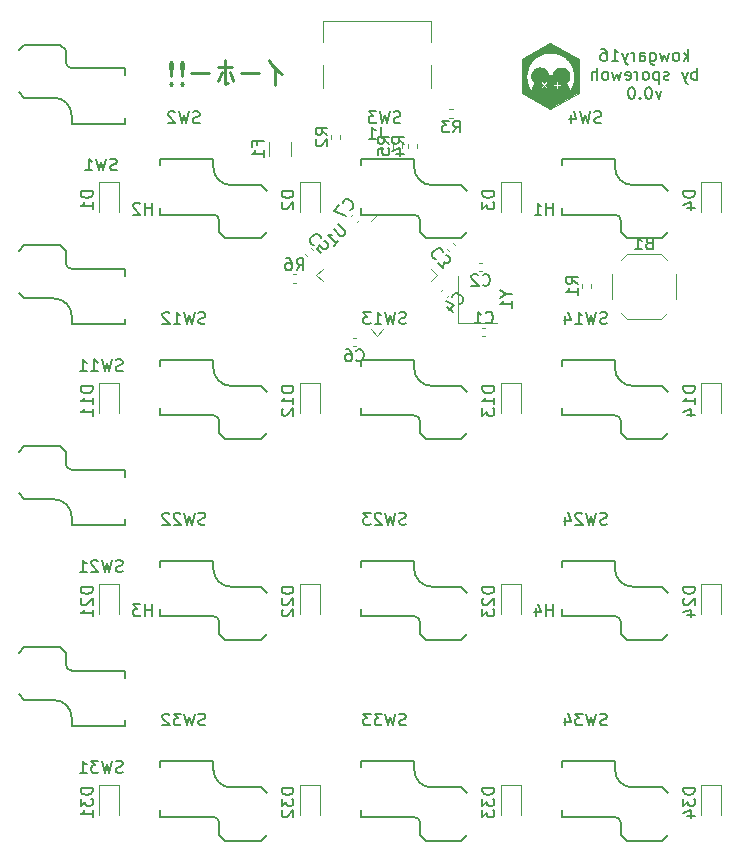
<source format=gbr>
%TF.GenerationSoftware,KiCad,Pcbnew,(6.0.4-0)*%
%TF.CreationDate,2023-01-14T23:55:12-06:00*%
%TF.ProjectId,kowgary16_cfx,6b6f7767-6172-4793-9136-5f6366782e6b,rev?*%
%TF.SameCoordinates,Original*%
%TF.FileFunction,Legend,Bot*%
%TF.FilePolarity,Positive*%
%FSLAX46Y46*%
G04 Gerber Fmt 4.6, Leading zero omitted, Abs format (unit mm)*
G04 Created by KiCad (PCBNEW (6.0.4-0)) date 2023-01-14 23:55:12*
%MOMM*%
%LPD*%
G01*
G04 APERTURE LIST*
%ADD10C,0.004500*%
%ADD11C,0.150000*%
%ADD12C,0.250000*%
%ADD13C,0.120000*%
G04 APERTURE END LIST*
D10*
G36*
X125902387Y-20648347D02*
G01*
X123471527Y-19244890D01*
X123471527Y-17885009D01*
X123879881Y-17885009D01*
X123881727Y-17972155D01*
X123887218Y-18058362D01*
X123896276Y-18143558D01*
X123908829Y-18227666D01*
X123924802Y-18310612D01*
X123944119Y-18392322D01*
X123966707Y-18472721D01*
X123992490Y-18551734D01*
X124021394Y-18629287D01*
X124053344Y-18705304D01*
X124088265Y-18779712D01*
X124126083Y-18852435D01*
X124166724Y-18923400D01*
X124210112Y-18992530D01*
X124256172Y-19059752D01*
X124304831Y-19124991D01*
X124311869Y-19076346D01*
X124320347Y-19028180D01*
X124330241Y-18980516D01*
X124341530Y-18933376D01*
X124354191Y-18886782D01*
X124368200Y-18840758D01*
X124383184Y-18796368D01*
X125066593Y-18796368D01*
X125066745Y-18799929D01*
X125067062Y-18803482D01*
X125067545Y-18807020D01*
X125068193Y-18810536D01*
X125069007Y-18814024D01*
X125069986Y-18817478D01*
X125071131Y-18820892D01*
X125072442Y-18824260D01*
X125073918Y-18827574D01*
X125075559Y-18830829D01*
X125077367Y-18834019D01*
X125079339Y-18837137D01*
X125081478Y-18840177D01*
X125083781Y-18843133D01*
X125086251Y-18845998D01*
X125088886Y-18848767D01*
X125091654Y-18851401D01*
X125094519Y-18853871D01*
X125097475Y-18856175D01*
X125100515Y-18858313D01*
X125103633Y-18860286D01*
X125106823Y-18862093D01*
X125110078Y-18863734D01*
X125113392Y-18865210D01*
X125116760Y-18866521D01*
X125120174Y-18867666D01*
X125123628Y-18868645D01*
X125127116Y-18869459D01*
X125130632Y-18870107D01*
X125134170Y-18870590D01*
X125137723Y-18870907D01*
X125141284Y-18871059D01*
X125144849Y-18871045D01*
X125148409Y-18870865D01*
X125151960Y-18870520D01*
X125155494Y-18870010D01*
X125159006Y-18869334D01*
X125162489Y-18868492D01*
X125165937Y-18867485D01*
X125169344Y-18866312D01*
X125172703Y-18864974D01*
X125176008Y-18863470D01*
X125179253Y-18861800D01*
X125182431Y-18859965D01*
X125185536Y-18857965D01*
X125188563Y-18855799D01*
X125191504Y-18853467D01*
X125194353Y-18850970D01*
X125194359Y-18850975D01*
X125194364Y-18850981D01*
X125194376Y-18850993D01*
X125194387Y-18851005D01*
X125194399Y-18851016D01*
X125196649Y-18848767D01*
X125365414Y-18680001D01*
X125536430Y-18851016D01*
X125536452Y-18850993D01*
X125536464Y-18850981D01*
X125536476Y-18850970D01*
X125539325Y-18853467D01*
X125542266Y-18855799D01*
X125545292Y-18857965D01*
X125548397Y-18859965D01*
X125551576Y-18861800D01*
X125554820Y-18863470D01*
X125558125Y-18864974D01*
X125561484Y-18866312D01*
X125564891Y-18867485D01*
X125568339Y-18868492D01*
X125571822Y-18869334D01*
X125575334Y-18870010D01*
X125578868Y-18870520D01*
X125582419Y-18870865D01*
X125585979Y-18871045D01*
X125589543Y-18871059D01*
X125593105Y-18870907D01*
X125596658Y-18870590D01*
X125600195Y-18870107D01*
X125603711Y-18869459D01*
X125607200Y-18868645D01*
X125610654Y-18867666D01*
X125614068Y-18866521D01*
X125617435Y-18865210D01*
X125620750Y-18863734D01*
X125624005Y-18862093D01*
X125627195Y-18860286D01*
X125630313Y-18858313D01*
X125633353Y-18856175D01*
X125636309Y-18853871D01*
X125639174Y-18851401D01*
X125641942Y-18848767D01*
X125644577Y-18845998D01*
X125647047Y-18843133D01*
X125649351Y-18840177D01*
X125651489Y-18837137D01*
X125653462Y-18834019D01*
X125655269Y-18830829D01*
X125656910Y-18827574D01*
X125658387Y-18824260D01*
X125659697Y-18820892D01*
X125660842Y-18817478D01*
X125661821Y-18814024D01*
X125662635Y-18810536D01*
X125663284Y-18807020D01*
X125663766Y-18803482D01*
X125664084Y-18799929D01*
X125664235Y-18796368D01*
X125664221Y-18792804D01*
X125664042Y-18789243D01*
X125663697Y-18785692D01*
X125663186Y-18782158D01*
X125662510Y-18778646D01*
X125661668Y-18775163D01*
X125660661Y-18771715D01*
X125659488Y-18768309D01*
X125658150Y-18764950D01*
X125656646Y-18761645D01*
X125654977Y-18758400D01*
X125653142Y-18755222D01*
X125651141Y-18752116D01*
X125648975Y-18749090D01*
X125646644Y-18746149D01*
X125644146Y-18743300D01*
X125644192Y-18743253D01*
X125473177Y-18572238D01*
X126048288Y-18572238D01*
X126048382Y-18576058D01*
X126048662Y-18579830D01*
X126049123Y-18583549D01*
X126049761Y-18587211D01*
X126050571Y-18590811D01*
X126051548Y-18594344D01*
X126052689Y-18597807D01*
X126053989Y-18601194D01*
X126055444Y-18604502D01*
X126057048Y-18607726D01*
X126058798Y-18610861D01*
X126060689Y-18613903D01*
X126062717Y-18616848D01*
X126064877Y-18619690D01*
X126067165Y-18622427D01*
X126069576Y-18625053D01*
X126072107Y-18627563D01*
X126074751Y-18629954D01*
X126077506Y-18632221D01*
X126080366Y-18634359D01*
X126083327Y-18636364D01*
X126086385Y-18638232D01*
X126089536Y-18639958D01*
X126092774Y-18641537D01*
X126096095Y-18642966D01*
X126099496Y-18644239D01*
X126102970Y-18645353D01*
X126106515Y-18646303D01*
X126110126Y-18647084D01*
X126113797Y-18647693D01*
X126117525Y-18648123D01*
X126121306Y-18648372D01*
X126121306Y-18648438D01*
X126363158Y-18648438D01*
X126363158Y-18890289D01*
X126363224Y-18890289D01*
X126363473Y-18894070D01*
X126363903Y-18897798D01*
X126364512Y-18901470D01*
X126365293Y-18905080D01*
X126366243Y-18908625D01*
X126367357Y-18912100D01*
X126368630Y-18915500D01*
X126370059Y-18918822D01*
X126371639Y-18922060D01*
X126373364Y-18925210D01*
X126375232Y-18928268D01*
X126377237Y-18931230D01*
X126379375Y-18934090D01*
X126381642Y-18936844D01*
X126384033Y-18939489D01*
X126386543Y-18942019D01*
X126389169Y-18944430D01*
X126391906Y-18946718D01*
X126394748Y-18948878D01*
X126397693Y-18950906D01*
X126400735Y-18952797D01*
X126403870Y-18954547D01*
X126407094Y-18956152D01*
X126410401Y-18957606D01*
X126413789Y-18958906D01*
X126417251Y-18960047D01*
X126420785Y-18961025D01*
X126424384Y-18961835D01*
X126428046Y-18962472D01*
X126431765Y-18962933D01*
X126435537Y-18963213D01*
X126439357Y-18963307D01*
X126443178Y-18963213D01*
X126446950Y-18962933D01*
X126450669Y-18962472D01*
X126454331Y-18961835D01*
X126457931Y-18961025D01*
X126461464Y-18960047D01*
X126464927Y-18958906D01*
X126468314Y-18957606D01*
X126471622Y-18956152D01*
X126474846Y-18954547D01*
X126477981Y-18952797D01*
X126481023Y-18950906D01*
X126483968Y-18948878D01*
X126486810Y-18946718D01*
X126489547Y-18944430D01*
X126492173Y-18942019D01*
X126494683Y-18939489D01*
X126497074Y-18936844D01*
X126499341Y-18934090D01*
X126501479Y-18931230D01*
X126503484Y-18928268D01*
X126505352Y-18925210D01*
X126507078Y-18922060D01*
X126508657Y-18918822D01*
X126510086Y-18915500D01*
X126511360Y-18912100D01*
X126512474Y-18908625D01*
X126513423Y-18905080D01*
X126514205Y-18901470D01*
X126514813Y-18897798D01*
X126515244Y-18894070D01*
X126515493Y-18890289D01*
X126515557Y-18890289D01*
X126515557Y-18648438D01*
X126757410Y-18648438D01*
X126757410Y-18648372D01*
X126761190Y-18648123D01*
X126764918Y-18647693D01*
X126768590Y-18647084D01*
X126772200Y-18646303D01*
X126775745Y-18645353D01*
X126779220Y-18644239D01*
X126782620Y-18642966D01*
X126785942Y-18641537D01*
X126789180Y-18639958D01*
X126792330Y-18638232D01*
X126795388Y-18636364D01*
X126798350Y-18634359D01*
X126801210Y-18632221D01*
X126803964Y-18629954D01*
X126806609Y-18627563D01*
X126809139Y-18625053D01*
X126811550Y-18622427D01*
X126813838Y-18619690D01*
X126815998Y-18616848D01*
X126818026Y-18613903D01*
X126819917Y-18610861D01*
X126821667Y-18607726D01*
X126823272Y-18604502D01*
X126824726Y-18601194D01*
X126826026Y-18597807D01*
X126827167Y-18594344D01*
X126828145Y-18590811D01*
X126828955Y-18587211D01*
X126829592Y-18583549D01*
X126830053Y-18579830D01*
X126830333Y-18576058D01*
X126830427Y-18572238D01*
X126830333Y-18568417D01*
X126830053Y-18564645D01*
X126829592Y-18560926D01*
X126828955Y-18557264D01*
X126828145Y-18553665D01*
X126827167Y-18550131D01*
X126826026Y-18546669D01*
X126824726Y-18543281D01*
X126823272Y-18539973D01*
X126821667Y-18536750D01*
X126819917Y-18533615D01*
X126818026Y-18530573D01*
X126815999Y-18527628D01*
X126813838Y-18524785D01*
X126811551Y-18522049D01*
X126809139Y-18519423D01*
X126806609Y-18516913D01*
X126803965Y-18514522D01*
X126801210Y-18512255D01*
X126798350Y-18510117D01*
X126795389Y-18508112D01*
X126792330Y-18506244D01*
X126789180Y-18504518D01*
X126785942Y-18502939D01*
X126782621Y-18501510D01*
X126779220Y-18500236D01*
X126775745Y-18499122D01*
X126772201Y-18498173D01*
X126768590Y-18497391D01*
X126764918Y-18496783D01*
X126761190Y-18496352D01*
X126757410Y-18496103D01*
X126757410Y-18496038D01*
X126515557Y-18496038D01*
X126515557Y-18254186D01*
X126515493Y-18254186D01*
X126515244Y-18250405D01*
X126514813Y-18246677D01*
X126514205Y-18243005D01*
X126513423Y-18239395D01*
X126512474Y-18235850D01*
X126511360Y-18232375D01*
X126510086Y-18228975D01*
X126508657Y-18225653D01*
X126507078Y-18222415D01*
X126505352Y-18219265D01*
X126503484Y-18216207D01*
X126501479Y-18213246D01*
X126499341Y-18210385D01*
X126497074Y-18207631D01*
X126494683Y-18204986D01*
X126492173Y-18202456D01*
X126489547Y-18200045D01*
X126486810Y-18197757D01*
X126483968Y-18195597D01*
X126481023Y-18193569D01*
X126477981Y-18191678D01*
X126474846Y-18189928D01*
X126471622Y-18188323D01*
X126468314Y-18186869D01*
X126464927Y-18185569D01*
X126461464Y-18184428D01*
X126457931Y-18183450D01*
X126454331Y-18182640D01*
X126450669Y-18182003D01*
X126446950Y-18181542D01*
X126443178Y-18181262D01*
X126439357Y-18181168D01*
X126435537Y-18181262D01*
X126431765Y-18181542D01*
X126428046Y-18182003D01*
X126424384Y-18182640D01*
X126420785Y-18183450D01*
X126417251Y-18184428D01*
X126413789Y-18185569D01*
X126410401Y-18186869D01*
X126407094Y-18188323D01*
X126403870Y-18189928D01*
X126400735Y-18191678D01*
X126397693Y-18193569D01*
X126394748Y-18195597D01*
X126391905Y-18197757D01*
X126389169Y-18200045D01*
X126386543Y-18202456D01*
X126384033Y-18204986D01*
X126381642Y-18207631D01*
X126379375Y-18210385D01*
X126377237Y-18213246D01*
X126375232Y-18216207D01*
X126373364Y-18219265D01*
X126371638Y-18222415D01*
X126370058Y-18225653D01*
X126368630Y-18228975D01*
X126367356Y-18232375D01*
X126366242Y-18235850D01*
X126365292Y-18239395D01*
X126364511Y-18243005D01*
X126363903Y-18246677D01*
X126363472Y-18250405D01*
X126363223Y-18254186D01*
X126363158Y-18254186D01*
X126363158Y-18496039D01*
X126124394Y-18496039D01*
X126121306Y-18496038D01*
X126121306Y-18496103D01*
X126117525Y-18496352D01*
X126113797Y-18496782D01*
X126110126Y-18497391D01*
X126106515Y-18498172D01*
X126102970Y-18499122D01*
X126099496Y-18500236D01*
X126096095Y-18501509D01*
X126092774Y-18502938D01*
X126089536Y-18504518D01*
X126086385Y-18506243D01*
X126083327Y-18508111D01*
X126080366Y-18510116D01*
X126077506Y-18512254D01*
X126074751Y-18514521D01*
X126072107Y-18516912D01*
X126069576Y-18519422D01*
X126067165Y-18522048D01*
X126064877Y-18524785D01*
X126062717Y-18527627D01*
X126060689Y-18530572D01*
X126058798Y-18533614D01*
X126057048Y-18536749D01*
X126055444Y-18539973D01*
X126053989Y-18543281D01*
X126052689Y-18546668D01*
X126051548Y-18550131D01*
X126050571Y-18553664D01*
X126049761Y-18557264D01*
X126049123Y-18560926D01*
X126048662Y-18564645D01*
X126048382Y-18568417D01*
X126048288Y-18572238D01*
X125473177Y-18572238D01*
X125641942Y-18403472D01*
X125644192Y-18401223D01*
X125644146Y-18401177D01*
X125646644Y-18398327D01*
X125648975Y-18395386D01*
X125651141Y-18392360D01*
X125653142Y-18389255D01*
X125654977Y-18386076D01*
X125656646Y-18382832D01*
X125658150Y-18379527D01*
X125659488Y-18376168D01*
X125660661Y-18372761D01*
X125661668Y-18369313D01*
X125662510Y-18365830D01*
X125663186Y-18362318D01*
X125663697Y-18358784D01*
X125664042Y-18355233D01*
X125664221Y-18351673D01*
X125664235Y-18348108D01*
X125664084Y-18344547D01*
X125663766Y-18340994D01*
X125663284Y-18337456D01*
X125662635Y-18333940D01*
X125661821Y-18330452D01*
X125660842Y-18326998D01*
X125659697Y-18323584D01*
X125658387Y-18320216D01*
X125656910Y-18316902D01*
X125655269Y-18313647D01*
X125653462Y-18310457D01*
X125651489Y-18307339D01*
X125649351Y-18304299D01*
X125647047Y-18301343D01*
X125644577Y-18298478D01*
X125641942Y-18295709D01*
X125639174Y-18293074D01*
X125636309Y-18290605D01*
X125633353Y-18288301D01*
X125630313Y-18286163D01*
X125627195Y-18284190D01*
X125624005Y-18282383D01*
X125620750Y-18280741D01*
X125617435Y-18279265D01*
X125614068Y-18277955D01*
X125610654Y-18276810D01*
X125607200Y-18275830D01*
X125603711Y-18275017D01*
X125600195Y-18274368D01*
X125596658Y-18273886D01*
X125593105Y-18273568D01*
X125589543Y-18273417D01*
X125585979Y-18273431D01*
X125582419Y-18273610D01*
X125578868Y-18273955D01*
X125575334Y-18274466D01*
X125571822Y-18275142D01*
X125568339Y-18275984D01*
X125564891Y-18276991D01*
X125561484Y-18278164D01*
X125558125Y-18279502D01*
X125554820Y-18281006D01*
X125551576Y-18282675D01*
X125548397Y-18284510D01*
X125545292Y-18286511D01*
X125542266Y-18288677D01*
X125539325Y-18291009D01*
X125536476Y-18293506D01*
X125536430Y-18293459D01*
X125534179Y-18295709D01*
X125365414Y-18464475D01*
X125196648Y-18295710D01*
X125196615Y-18295677D01*
X125196599Y-18295660D01*
X125196582Y-18295643D01*
X125194400Y-18293459D01*
X125194353Y-18293506D01*
X125191504Y-18291009D01*
X125188563Y-18288677D01*
X125185536Y-18286511D01*
X125182431Y-18284510D01*
X125179253Y-18282675D01*
X125176008Y-18281006D01*
X125172703Y-18279502D01*
X125169344Y-18278164D01*
X125165937Y-18276991D01*
X125162489Y-18275984D01*
X125159006Y-18275142D01*
X125155494Y-18274466D01*
X125151960Y-18273955D01*
X125148409Y-18273610D01*
X125144849Y-18273431D01*
X125141285Y-18273417D01*
X125137723Y-18273569D01*
X125134170Y-18273886D01*
X125130633Y-18274369D01*
X125127117Y-18275017D01*
X125123628Y-18275831D01*
X125120174Y-18276810D01*
X125116760Y-18277955D01*
X125113393Y-18279266D01*
X125110078Y-18280742D01*
X125106823Y-18282383D01*
X125103633Y-18284191D01*
X125100515Y-18286163D01*
X125097475Y-18288302D01*
X125094519Y-18290606D01*
X125091654Y-18293075D01*
X125088886Y-18295710D01*
X125086251Y-18298478D01*
X125083781Y-18301343D01*
X125081478Y-18304299D01*
X125079339Y-18307339D01*
X125077367Y-18310457D01*
X125075559Y-18313647D01*
X125073918Y-18316902D01*
X125072442Y-18320217D01*
X125071131Y-18323584D01*
X125069986Y-18326998D01*
X125069007Y-18330452D01*
X125068193Y-18333941D01*
X125067545Y-18337457D01*
X125067062Y-18340994D01*
X125066745Y-18344547D01*
X125066593Y-18348109D01*
X125066607Y-18351673D01*
X125066787Y-18355234D01*
X125067132Y-18358784D01*
X125067642Y-18362319D01*
X125068318Y-18365830D01*
X125069160Y-18369313D01*
X125070167Y-18372761D01*
X125071340Y-18376168D01*
X125072678Y-18379527D01*
X125074182Y-18382832D01*
X125075852Y-18386077D01*
X125077687Y-18389255D01*
X125079687Y-18392360D01*
X125081853Y-18395386D01*
X125084185Y-18398327D01*
X125086682Y-18401177D01*
X125086659Y-18401200D01*
X125086647Y-18401211D01*
X125086636Y-18401223D01*
X125088886Y-18403473D01*
X125257652Y-18572238D01*
X125088886Y-18741003D01*
X125086636Y-18743253D01*
X125086682Y-18743300D01*
X125084185Y-18746149D01*
X125081853Y-18749090D01*
X125079687Y-18752116D01*
X125077687Y-18755222D01*
X125075852Y-18758400D01*
X125074182Y-18761645D01*
X125072678Y-18764950D01*
X125071340Y-18768309D01*
X125070167Y-18771715D01*
X125069160Y-18775163D01*
X125068318Y-18778646D01*
X125067642Y-18782158D01*
X125067132Y-18785692D01*
X125066787Y-18789243D01*
X125066607Y-18792804D01*
X125066593Y-18796368D01*
X124383184Y-18796368D01*
X124383535Y-18795327D01*
X124400175Y-18750510D01*
X124418095Y-18706331D01*
X124437273Y-18662813D01*
X124457687Y-18619977D01*
X124479314Y-18577847D01*
X124502131Y-18536445D01*
X124526115Y-18495794D01*
X124551245Y-18455917D01*
X124577496Y-18416836D01*
X124545662Y-18391214D01*
X124515343Y-18363867D01*
X124486613Y-18334868D01*
X124459547Y-18304292D01*
X124434219Y-18272213D01*
X124410703Y-18238706D01*
X124389074Y-18203845D01*
X124369406Y-18167705D01*
X124351774Y-18130359D01*
X124336251Y-18091881D01*
X124322912Y-18052348D01*
X124311832Y-18011832D01*
X124303085Y-17970408D01*
X124296745Y-17928150D01*
X124292887Y-17885134D01*
X124291584Y-17841432D01*
X124292524Y-17804290D01*
X124295314Y-17767633D01*
X124299909Y-17731508D01*
X124306263Y-17695959D01*
X124314331Y-17661031D01*
X124324067Y-17626772D01*
X124335425Y-17593225D01*
X124348360Y-17560437D01*
X124362828Y-17528453D01*
X124378781Y-17497318D01*
X124396175Y-17467078D01*
X124414965Y-17437778D01*
X124435104Y-17409465D01*
X124456547Y-17382182D01*
X124479249Y-17355977D01*
X124503165Y-17330893D01*
X124528248Y-17306978D01*
X124554454Y-17284276D01*
X124581736Y-17262832D01*
X124610050Y-17242693D01*
X124639349Y-17223904D01*
X124669589Y-17206510D01*
X124700724Y-17190556D01*
X124732708Y-17176089D01*
X124765497Y-17163154D01*
X124799043Y-17151795D01*
X124833303Y-17142059D01*
X124868230Y-17133992D01*
X124903779Y-17127638D01*
X124939904Y-17123043D01*
X124976561Y-17120253D01*
X125013703Y-17119312D01*
X125047384Y-17120085D01*
X125080669Y-17122381D01*
X125113525Y-17126166D01*
X125145918Y-17131406D01*
X125177815Y-17138068D01*
X125209181Y-17146117D01*
X125239982Y-17155520D01*
X125270185Y-17166243D01*
X125299755Y-17178252D01*
X125328659Y-17191513D01*
X125356864Y-17205993D01*
X125384334Y-17221656D01*
X125411037Y-17238471D01*
X125436938Y-17256402D01*
X125462004Y-17275416D01*
X125486201Y-17295479D01*
X125509494Y-17316557D01*
X125531851Y-17338617D01*
X125553237Y-17361624D01*
X125573618Y-17385545D01*
X125592960Y-17410345D01*
X125611230Y-17435991D01*
X125628394Y-17462450D01*
X125644418Y-17489686D01*
X125659268Y-17517667D01*
X125672910Y-17546358D01*
X125685310Y-17575726D01*
X125696435Y-17605737D01*
X125706250Y-17636356D01*
X125714722Y-17667551D01*
X125721817Y-17699286D01*
X125727501Y-17731529D01*
X125749086Y-17729342D01*
X125770753Y-17727441D01*
X125792501Y-17725826D01*
X125814328Y-17724501D01*
X125836231Y-17723467D01*
X125858210Y-17722727D01*
X125880262Y-17722281D01*
X125902386Y-17722132D01*
X125926111Y-17722303D01*
X125949753Y-17722816D01*
X125973311Y-17723667D01*
X125996782Y-17724856D01*
X126020164Y-17726378D01*
X126043455Y-17728233D01*
X126066651Y-17730416D01*
X126089751Y-17732927D01*
X126095792Y-17701124D01*
X126103208Y-17669828D01*
X126111967Y-17639072D01*
X126122036Y-17608890D01*
X126133382Y-17579314D01*
X126145971Y-17550377D01*
X126159772Y-17522113D01*
X126174750Y-17494553D01*
X126190874Y-17467732D01*
X126208109Y-17441681D01*
X126226424Y-17416434D01*
X126245785Y-17392024D01*
X126266160Y-17368484D01*
X126287515Y-17345847D01*
X126309818Y-17324145D01*
X126333035Y-17303412D01*
X126357133Y-17283680D01*
X126382081Y-17264982D01*
X126407844Y-17247352D01*
X126434391Y-17230822D01*
X126461687Y-17215425D01*
X126489700Y-17201194D01*
X126518397Y-17188163D01*
X126547745Y-17176363D01*
X126577712Y-17165828D01*
X126608264Y-17156591D01*
X126639368Y-17148685D01*
X126670992Y-17142142D01*
X126703102Y-17136996D01*
X126735666Y-17133280D01*
X126768650Y-17131026D01*
X126802022Y-17130267D01*
X126839164Y-17131207D01*
X126875821Y-17133997D01*
X126911946Y-17138592D01*
X126947495Y-17144946D01*
X126982423Y-17153014D01*
X127016682Y-17162750D01*
X127050229Y-17174108D01*
X127083017Y-17187043D01*
X127115001Y-17201511D01*
X127146136Y-17217464D01*
X127176376Y-17234858D01*
X127205676Y-17253648D01*
X127233989Y-17273787D01*
X127261272Y-17295230D01*
X127287477Y-17317932D01*
X127312561Y-17341848D01*
X127336476Y-17366931D01*
X127359178Y-17393137D01*
X127380622Y-17420419D01*
X127400761Y-17448733D01*
X127419550Y-17478032D01*
X127436944Y-17508272D01*
X127452898Y-17539407D01*
X127467365Y-17571391D01*
X127480301Y-17604180D01*
X127491659Y-17637726D01*
X127501395Y-17671986D01*
X127509462Y-17706913D01*
X127515816Y-17742462D01*
X127520411Y-17778588D01*
X127523201Y-17815244D01*
X127524142Y-17852386D01*
X127524141Y-17852386D01*
X127522827Y-17896276D01*
X127518936Y-17939474D01*
X127512541Y-17981906D01*
X127503720Y-18023497D01*
X127492547Y-18064170D01*
X127479098Y-18103850D01*
X127463447Y-18142463D01*
X127445670Y-18179933D01*
X127425843Y-18216184D01*
X127404041Y-18251142D01*
X127380339Y-18284731D01*
X127354812Y-18316875D01*
X127327536Y-18347499D01*
X127298586Y-18376529D01*
X127268037Y-18403888D01*
X127235965Y-18429502D01*
X127261336Y-18468035D01*
X127285624Y-18507325D01*
X127308806Y-18547351D01*
X127322279Y-18572238D01*
X127330862Y-18588093D01*
X127351771Y-18629527D01*
X127371512Y-18671635D01*
X127390062Y-18714393D01*
X127407400Y-18757780D01*
X127423506Y-18801776D01*
X127438358Y-18846359D01*
X127451934Y-18891508D01*
X127464214Y-18937201D01*
X127475176Y-18983417D01*
X127484799Y-19030135D01*
X127493060Y-19077333D01*
X127499940Y-19124991D01*
X127548599Y-19059752D01*
X127594660Y-18992530D01*
X127638048Y-18923399D01*
X127678688Y-18852435D01*
X127716506Y-18779712D01*
X127751428Y-18705304D01*
X127783378Y-18629286D01*
X127812281Y-18551734D01*
X127838064Y-18472721D01*
X127860652Y-18392322D01*
X127879969Y-18310612D01*
X127895942Y-18227666D01*
X127908495Y-18143558D01*
X127917554Y-18058362D01*
X127923044Y-17972155D01*
X127924890Y-17885009D01*
X127922257Y-17780982D01*
X127914442Y-17678315D01*
X127901573Y-17577134D01*
X127883777Y-17477569D01*
X127861181Y-17379746D01*
X127833913Y-17283792D01*
X127802101Y-17189835D01*
X127765871Y-17098002D01*
X127725351Y-17008420D01*
X127680669Y-16921218D01*
X127631951Y-16836522D01*
X127579326Y-16754460D01*
X127522921Y-16675159D01*
X127462862Y-16598747D01*
X127399278Y-16525351D01*
X127332296Y-16455098D01*
X127262043Y-16388116D01*
X127188647Y-16324532D01*
X127112235Y-16264474D01*
X127032934Y-16208068D01*
X126950872Y-16155443D01*
X126866176Y-16106726D01*
X126778974Y-16062043D01*
X126689393Y-16021524D01*
X126597560Y-15985294D01*
X126503603Y-15953481D01*
X126407649Y-15926214D01*
X126309825Y-15903618D01*
X126210260Y-15885822D01*
X126109080Y-15872953D01*
X126006413Y-15865138D01*
X125902386Y-15862504D01*
X125798358Y-15865138D01*
X125695691Y-15872953D01*
X125594511Y-15885822D01*
X125494946Y-15903618D01*
X125397122Y-15926214D01*
X125301168Y-15953481D01*
X125207211Y-15985294D01*
X125115378Y-16021524D01*
X125025797Y-16062043D01*
X124938595Y-16106726D01*
X124853899Y-16155443D01*
X124771837Y-16208068D01*
X124692536Y-16264474D01*
X124616124Y-16324532D01*
X124542728Y-16388116D01*
X124472475Y-16455098D01*
X124405493Y-16525351D01*
X124341909Y-16598747D01*
X124281850Y-16675159D01*
X124225445Y-16754460D01*
X124172820Y-16836522D01*
X124124102Y-16921218D01*
X124079420Y-17008420D01*
X124038900Y-17098002D01*
X124002670Y-17189835D01*
X123970858Y-17283792D01*
X123943590Y-17379746D01*
X123920995Y-17477569D01*
X123903198Y-17577134D01*
X123890329Y-17678315D01*
X123882514Y-17780982D01*
X123879881Y-17885009D01*
X123471527Y-17885009D01*
X123471528Y-16437974D01*
X125902385Y-15034519D01*
X128333245Y-16437975D01*
X128333245Y-17885009D01*
X128333244Y-19244891D01*
X125902387Y-20648347D01*
G37*
X125902387Y-20648347D02*
X123471527Y-19244890D01*
X123471527Y-17885009D01*
X123879881Y-17885009D01*
X123881727Y-17972155D01*
X123887218Y-18058362D01*
X123896276Y-18143558D01*
X123908829Y-18227666D01*
X123924802Y-18310612D01*
X123944119Y-18392322D01*
X123966707Y-18472721D01*
X123992490Y-18551734D01*
X124021394Y-18629287D01*
X124053344Y-18705304D01*
X124088265Y-18779712D01*
X124126083Y-18852435D01*
X124166724Y-18923400D01*
X124210112Y-18992530D01*
X124256172Y-19059752D01*
X124304831Y-19124991D01*
X124311869Y-19076346D01*
X124320347Y-19028180D01*
X124330241Y-18980516D01*
X124341530Y-18933376D01*
X124354191Y-18886782D01*
X124368200Y-18840758D01*
X124383184Y-18796368D01*
X125066593Y-18796368D01*
X125066745Y-18799929D01*
X125067062Y-18803482D01*
X125067545Y-18807020D01*
X125068193Y-18810536D01*
X125069007Y-18814024D01*
X125069986Y-18817478D01*
X125071131Y-18820892D01*
X125072442Y-18824260D01*
X125073918Y-18827574D01*
X125075559Y-18830829D01*
X125077367Y-18834019D01*
X125079339Y-18837137D01*
X125081478Y-18840177D01*
X125083781Y-18843133D01*
X125086251Y-18845998D01*
X125088886Y-18848767D01*
X125091654Y-18851401D01*
X125094519Y-18853871D01*
X125097475Y-18856175D01*
X125100515Y-18858313D01*
X125103633Y-18860286D01*
X125106823Y-18862093D01*
X125110078Y-18863734D01*
X125113392Y-18865210D01*
X125116760Y-18866521D01*
X125120174Y-18867666D01*
X125123628Y-18868645D01*
X125127116Y-18869459D01*
X125130632Y-18870107D01*
X125134170Y-18870590D01*
X125137723Y-18870907D01*
X125141284Y-18871059D01*
X125144849Y-18871045D01*
X125148409Y-18870865D01*
X125151960Y-18870520D01*
X125155494Y-18870010D01*
X125159006Y-18869334D01*
X125162489Y-18868492D01*
X125165937Y-18867485D01*
X125169344Y-18866312D01*
X125172703Y-18864974D01*
X125176008Y-18863470D01*
X125179253Y-18861800D01*
X125182431Y-18859965D01*
X125185536Y-18857965D01*
X125188563Y-18855799D01*
X125191504Y-18853467D01*
X125194353Y-18850970D01*
X125194359Y-18850975D01*
X125194364Y-18850981D01*
X125194376Y-18850993D01*
X125194387Y-18851005D01*
X125194399Y-18851016D01*
X125196649Y-18848767D01*
X125365414Y-18680001D01*
X125536430Y-18851016D01*
X125536452Y-18850993D01*
X125536464Y-18850981D01*
X125536476Y-18850970D01*
X125539325Y-18853467D01*
X125542266Y-18855799D01*
X125545292Y-18857965D01*
X125548397Y-18859965D01*
X125551576Y-18861800D01*
X125554820Y-18863470D01*
X125558125Y-18864974D01*
X125561484Y-18866312D01*
X125564891Y-18867485D01*
X125568339Y-18868492D01*
X125571822Y-18869334D01*
X125575334Y-18870010D01*
X125578868Y-18870520D01*
X125582419Y-18870865D01*
X125585979Y-18871045D01*
X125589543Y-18871059D01*
X125593105Y-18870907D01*
X125596658Y-18870590D01*
X125600195Y-18870107D01*
X125603711Y-18869459D01*
X125607200Y-18868645D01*
X125610654Y-18867666D01*
X125614068Y-18866521D01*
X125617435Y-18865210D01*
X125620750Y-18863734D01*
X125624005Y-18862093D01*
X125627195Y-18860286D01*
X125630313Y-18858313D01*
X125633353Y-18856175D01*
X125636309Y-18853871D01*
X125639174Y-18851401D01*
X125641942Y-18848767D01*
X125644577Y-18845998D01*
X125647047Y-18843133D01*
X125649351Y-18840177D01*
X125651489Y-18837137D01*
X125653462Y-18834019D01*
X125655269Y-18830829D01*
X125656910Y-18827574D01*
X125658387Y-18824260D01*
X125659697Y-18820892D01*
X125660842Y-18817478D01*
X125661821Y-18814024D01*
X125662635Y-18810536D01*
X125663284Y-18807020D01*
X125663766Y-18803482D01*
X125664084Y-18799929D01*
X125664235Y-18796368D01*
X125664221Y-18792804D01*
X125664042Y-18789243D01*
X125663697Y-18785692D01*
X125663186Y-18782158D01*
X125662510Y-18778646D01*
X125661668Y-18775163D01*
X125660661Y-18771715D01*
X125659488Y-18768309D01*
X125658150Y-18764950D01*
X125656646Y-18761645D01*
X125654977Y-18758400D01*
X125653142Y-18755222D01*
X125651141Y-18752116D01*
X125648975Y-18749090D01*
X125646644Y-18746149D01*
X125644146Y-18743300D01*
X125644192Y-18743253D01*
X125473177Y-18572238D01*
X126048288Y-18572238D01*
X126048382Y-18576058D01*
X126048662Y-18579830D01*
X126049123Y-18583549D01*
X126049761Y-18587211D01*
X126050571Y-18590811D01*
X126051548Y-18594344D01*
X126052689Y-18597807D01*
X126053989Y-18601194D01*
X126055444Y-18604502D01*
X126057048Y-18607726D01*
X126058798Y-18610861D01*
X126060689Y-18613903D01*
X126062717Y-18616848D01*
X126064877Y-18619690D01*
X126067165Y-18622427D01*
X126069576Y-18625053D01*
X126072107Y-18627563D01*
X126074751Y-18629954D01*
X126077506Y-18632221D01*
X126080366Y-18634359D01*
X126083327Y-18636364D01*
X126086385Y-18638232D01*
X126089536Y-18639958D01*
X126092774Y-18641537D01*
X126096095Y-18642966D01*
X126099496Y-18644239D01*
X126102970Y-18645353D01*
X126106515Y-18646303D01*
X126110126Y-18647084D01*
X126113797Y-18647693D01*
X126117525Y-18648123D01*
X126121306Y-18648372D01*
X126121306Y-18648438D01*
X126363158Y-18648438D01*
X126363158Y-18890289D01*
X126363224Y-18890289D01*
X126363473Y-18894070D01*
X126363903Y-18897798D01*
X126364512Y-18901470D01*
X126365293Y-18905080D01*
X126366243Y-18908625D01*
X126367357Y-18912100D01*
X126368630Y-18915500D01*
X126370059Y-18918822D01*
X126371639Y-18922060D01*
X126373364Y-18925210D01*
X126375232Y-18928268D01*
X126377237Y-18931230D01*
X126379375Y-18934090D01*
X126381642Y-18936844D01*
X126384033Y-18939489D01*
X126386543Y-18942019D01*
X126389169Y-18944430D01*
X126391906Y-18946718D01*
X126394748Y-18948878D01*
X126397693Y-18950906D01*
X126400735Y-18952797D01*
X126403870Y-18954547D01*
X126407094Y-18956152D01*
X126410401Y-18957606D01*
X126413789Y-18958906D01*
X126417251Y-18960047D01*
X126420785Y-18961025D01*
X126424384Y-18961835D01*
X126428046Y-18962472D01*
X126431765Y-18962933D01*
X126435537Y-18963213D01*
X126439357Y-18963307D01*
X126443178Y-18963213D01*
X126446950Y-18962933D01*
X126450669Y-18962472D01*
X126454331Y-18961835D01*
X126457931Y-18961025D01*
X126461464Y-18960047D01*
X126464927Y-18958906D01*
X126468314Y-18957606D01*
X126471622Y-18956152D01*
X126474846Y-18954547D01*
X126477981Y-18952797D01*
X126481023Y-18950906D01*
X126483968Y-18948878D01*
X126486810Y-18946718D01*
X126489547Y-18944430D01*
X126492173Y-18942019D01*
X126494683Y-18939489D01*
X126497074Y-18936844D01*
X126499341Y-18934090D01*
X126501479Y-18931230D01*
X126503484Y-18928268D01*
X126505352Y-18925210D01*
X126507078Y-18922060D01*
X126508657Y-18918822D01*
X126510086Y-18915500D01*
X126511360Y-18912100D01*
X126512474Y-18908625D01*
X126513423Y-18905080D01*
X126514205Y-18901470D01*
X126514813Y-18897798D01*
X126515244Y-18894070D01*
X126515493Y-18890289D01*
X126515557Y-18890289D01*
X126515557Y-18648438D01*
X126757410Y-18648438D01*
X126757410Y-18648372D01*
X126761190Y-18648123D01*
X126764918Y-18647693D01*
X126768590Y-18647084D01*
X126772200Y-18646303D01*
X126775745Y-18645353D01*
X126779220Y-18644239D01*
X126782620Y-18642966D01*
X126785942Y-18641537D01*
X126789180Y-18639958D01*
X126792330Y-18638232D01*
X126795388Y-18636364D01*
X126798350Y-18634359D01*
X126801210Y-18632221D01*
X126803964Y-18629954D01*
X126806609Y-18627563D01*
X126809139Y-18625053D01*
X126811550Y-18622427D01*
X126813838Y-18619690D01*
X126815998Y-18616848D01*
X126818026Y-18613903D01*
X126819917Y-18610861D01*
X126821667Y-18607726D01*
X126823272Y-18604502D01*
X126824726Y-18601194D01*
X126826026Y-18597807D01*
X126827167Y-18594344D01*
X126828145Y-18590811D01*
X126828955Y-18587211D01*
X126829592Y-18583549D01*
X126830053Y-18579830D01*
X126830333Y-18576058D01*
X126830427Y-18572238D01*
X126830333Y-18568417D01*
X126830053Y-18564645D01*
X126829592Y-18560926D01*
X126828955Y-18557264D01*
X126828145Y-18553665D01*
X126827167Y-18550131D01*
X126826026Y-18546669D01*
X126824726Y-18543281D01*
X126823272Y-18539973D01*
X126821667Y-18536750D01*
X126819917Y-18533615D01*
X126818026Y-18530573D01*
X126815999Y-18527628D01*
X126813838Y-18524785D01*
X126811551Y-18522049D01*
X126809139Y-18519423D01*
X126806609Y-18516913D01*
X126803965Y-18514522D01*
X126801210Y-18512255D01*
X126798350Y-18510117D01*
X126795389Y-18508112D01*
X126792330Y-18506244D01*
X126789180Y-18504518D01*
X126785942Y-18502939D01*
X126782621Y-18501510D01*
X126779220Y-18500236D01*
X126775745Y-18499122D01*
X126772201Y-18498173D01*
X126768590Y-18497391D01*
X126764918Y-18496783D01*
X126761190Y-18496352D01*
X126757410Y-18496103D01*
X126757410Y-18496038D01*
X126515557Y-18496038D01*
X126515557Y-18254186D01*
X126515493Y-18254186D01*
X126515244Y-18250405D01*
X126514813Y-18246677D01*
X126514205Y-18243005D01*
X126513423Y-18239395D01*
X126512474Y-18235850D01*
X126511360Y-18232375D01*
X126510086Y-18228975D01*
X126508657Y-18225653D01*
X126507078Y-18222415D01*
X126505352Y-18219265D01*
X126503484Y-18216207D01*
X126501479Y-18213246D01*
X126499341Y-18210385D01*
X126497074Y-18207631D01*
X126494683Y-18204986D01*
X126492173Y-18202456D01*
X126489547Y-18200045D01*
X126486810Y-18197757D01*
X126483968Y-18195597D01*
X126481023Y-18193569D01*
X126477981Y-18191678D01*
X126474846Y-18189928D01*
X126471622Y-18188323D01*
X126468314Y-18186869D01*
X126464927Y-18185569D01*
X126461464Y-18184428D01*
X126457931Y-18183450D01*
X126454331Y-18182640D01*
X126450669Y-18182003D01*
X126446950Y-18181542D01*
X126443178Y-18181262D01*
X126439357Y-18181168D01*
X126435537Y-18181262D01*
X126431765Y-18181542D01*
X126428046Y-18182003D01*
X126424384Y-18182640D01*
X126420785Y-18183450D01*
X126417251Y-18184428D01*
X126413789Y-18185569D01*
X126410401Y-18186869D01*
X126407094Y-18188323D01*
X126403870Y-18189928D01*
X126400735Y-18191678D01*
X126397693Y-18193569D01*
X126394748Y-18195597D01*
X126391905Y-18197757D01*
X126389169Y-18200045D01*
X126386543Y-18202456D01*
X126384033Y-18204986D01*
X126381642Y-18207631D01*
X126379375Y-18210385D01*
X126377237Y-18213246D01*
X126375232Y-18216207D01*
X126373364Y-18219265D01*
X126371638Y-18222415D01*
X126370058Y-18225653D01*
X126368630Y-18228975D01*
X126367356Y-18232375D01*
X126366242Y-18235850D01*
X126365292Y-18239395D01*
X126364511Y-18243005D01*
X126363903Y-18246677D01*
X126363472Y-18250405D01*
X126363223Y-18254186D01*
X126363158Y-18254186D01*
X126363158Y-18496039D01*
X126124394Y-18496039D01*
X126121306Y-18496038D01*
X126121306Y-18496103D01*
X126117525Y-18496352D01*
X126113797Y-18496782D01*
X126110126Y-18497391D01*
X126106515Y-18498172D01*
X126102970Y-18499122D01*
X126099496Y-18500236D01*
X126096095Y-18501509D01*
X126092774Y-18502938D01*
X126089536Y-18504518D01*
X126086385Y-18506243D01*
X126083327Y-18508111D01*
X126080366Y-18510116D01*
X126077506Y-18512254D01*
X126074751Y-18514521D01*
X126072107Y-18516912D01*
X126069576Y-18519422D01*
X126067165Y-18522048D01*
X126064877Y-18524785D01*
X126062717Y-18527627D01*
X126060689Y-18530572D01*
X126058798Y-18533614D01*
X126057048Y-18536749D01*
X126055444Y-18539973D01*
X126053989Y-18543281D01*
X126052689Y-18546668D01*
X126051548Y-18550131D01*
X126050571Y-18553664D01*
X126049761Y-18557264D01*
X126049123Y-18560926D01*
X126048662Y-18564645D01*
X126048382Y-18568417D01*
X126048288Y-18572238D01*
X125473177Y-18572238D01*
X125641942Y-18403472D01*
X125644192Y-18401223D01*
X125644146Y-18401177D01*
X125646644Y-18398327D01*
X125648975Y-18395386D01*
X125651141Y-18392360D01*
X125653142Y-18389255D01*
X125654977Y-18386076D01*
X125656646Y-18382832D01*
X125658150Y-18379527D01*
X125659488Y-18376168D01*
X125660661Y-18372761D01*
X125661668Y-18369313D01*
X125662510Y-18365830D01*
X125663186Y-18362318D01*
X125663697Y-18358784D01*
X125664042Y-18355233D01*
X125664221Y-18351673D01*
X125664235Y-18348108D01*
X125664084Y-18344547D01*
X125663766Y-18340994D01*
X125663284Y-18337456D01*
X125662635Y-18333940D01*
X125661821Y-18330452D01*
X125660842Y-18326998D01*
X125659697Y-18323584D01*
X125658387Y-18320216D01*
X125656910Y-18316902D01*
X125655269Y-18313647D01*
X125653462Y-18310457D01*
X125651489Y-18307339D01*
X125649351Y-18304299D01*
X125647047Y-18301343D01*
X125644577Y-18298478D01*
X125641942Y-18295709D01*
X125639174Y-18293074D01*
X125636309Y-18290605D01*
X125633353Y-18288301D01*
X125630313Y-18286163D01*
X125627195Y-18284190D01*
X125624005Y-18282383D01*
X125620750Y-18280741D01*
X125617435Y-18279265D01*
X125614068Y-18277955D01*
X125610654Y-18276810D01*
X125607200Y-18275830D01*
X125603711Y-18275017D01*
X125600195Y-18274368D01*
X125596658Y-18273886D01*
X125593105Y-18273568D01*
X125589543Y-18273417D01*
X125585979Y-18273431D01*
X125582419Y-18273610D01*
X125578868Y-18273955D01*
X125575334Y-18274466D01*
X125571822Y-18275142D01*
X125568339Y-18275984D01*
X125564891Y-18276991D01*
X125561484Y-18278164D01*
X125558125Y-18279502D01*
X125554820Y-18281006D01*
X125551576Y-18282675D01*
X125548397Y-18284510D01*
X125545292Y-18286511D01*
X125542266Y-18288677D01*
X125539325Y-18291009D01*
X125536476Y-18293506D01*
X125536430Y-18293459D01*
X125534179Y-18295709D01*
X125365414Y-18464475D01*
X125196648Y-18295710D01*
X125196615Y-18295677D01*
X125196599Y-18295660D01*
X125196582Y-18295643D01*
X125194400Y-18293459D01*
X125194353Y-18293506D01*
X125191504Y-18291009D01*
X125188563Y-18288677D01*
X125185536Y-18286511D01*
X125182431Y-18284510D01*
X125179253Y-18282675D01*
X125176008Y-18281006D01*
X125172703Y-18279502D01*
X125169344Y-18278164D01*
X125165937Y-18276991D01*
X125162489Y-18275984D01*
X125159006Y-18275142D01*
X125155494Y-18274466D01*
X125151960Y-18273955D01*
X125148409Y-18273610D01*
X125144849Y-18273431D01*
X125141285Y-18273417D01*
X125137723Y-18273569D01*
X125134170Y-18273886D01*
X125130633Y-18274369D01*
X125127117Y-18275017D01*
X125123628Y-18275831D01*
X125120174Y-18276810D01*
X125116760Y-18277955D01*
X125113393Y-18279266D01*
X125110078Y-18280742D01*
X125106823Y-18282383D01*
X125103633Y-18284191D01*
X125100515Y-18286163D01*
X125097475Y-18288302D01*
X125094519Y-18290606D01*
X125091654Y-18293075D01*
X125088886Y-18295710D01*
X125086251Y-18298478D01*
X125083781Y-18301343D01*
X125081478Y-18304299D01*
X125079339Y-18307339D01*
X125077367Y-18310457D01*
X125075559Y-18313647D01*
X125073918Y-18316902D01*
X125072442Y-18320217D01*
X125071131Y-18323584D01*
X125069986Y-18326998D01*
X125069007Y-18330452D01*
X125068193Y-18333941D01*
X125067545Y-18337457D01*
X125067062Y-18340994D01*
X125066745Y-18344547D01*
X125066593Y-18348109D01*
X125066607Y-18351673D01*
X125066787Y-18355234D01*
X125067132Y-18358784D01*
X125067642Y-18362319D01*
X125068318Y-18365830D01*
X125069160Y-18369313D01*
X125070167Y-18372761D01*
X125071340Y-18376168D01*
X125072678Y-18379527D01*
X125074182Y-18382832D01*
X125075852Y-18386077D01*
X125077687Y-18389255D01*
X125079687Y-18392360D01*
X125081853Y-18395386D01*
X125084185Y-18398327D01*
X125086682Y-18401177D01*
X125086659Y-18401200D01*
X125086647Y-18401211D01*
X125086636Y-18401223D01*
X125088886Y-18403473D01*
X125257652Y-18572238D01*
X125088886Y-18741003D01*
X125086636Y-18743253D01*
X125086682Y-18743300D01*
X125084185Y-18746149D01*
X125081853Y-18749090D01*
X125079687Y-18752116D01*
X125077687Y-18755222D01*
X125075852Y-18758400D01*
X125074182Y-18761645D01*
X125072678Y-18764950D01*
X125071340Y-18768309D01*
X125070167Y-18771715D01*
X125069160Y-18775163D01*
X125068318Y-18778646D01*
X125067642Y-18782158D01*
X125067132Y-18785692D01*
X125066787Y-18789243D01*
X125066607Y-18792804D01*
X125066593Y-18796368D01*
X124383184Y-18796368D01*
X124383535Y-18795327D01*
X124400175Y-18750510D01*
X124418095Y-18706331D01*
X124437273Y-18662813D01*
X124457687Y-18619977D01*
X124479314Y-18577847D01*
X124502131Y-18536445D01*
X124526115Y-18495794D01*
X124551245Y-18455917D01*
X124577496Y-18416836D01*
X124545662Y-18391214D01*
X124515343Y-18363867D01*
X124486613Y-18334868D01*
X124459547Y-18304292D01*
X124434219Y-18272213D01*
X124410703Y-18238706D01*
X124389074Y-18203845D01*
X124369406Y-18167705D01*
X124351774Y-18130359D01*
X124336251Y-18091881D01*
X124322912Y-18052348D01*
X124311832Y-18011832D01*
X124303085Y-17970408D01*
X124296745Y-17928150D01*
X124292887Y-17885134D01*
X124291584Y-17841432D01*
X124292524Y-17804290D01*
X124295314Y-17767633D01*
X124299909Y-17731508D01*
X124306263Y-17695959D01*
X124314331Y-17661031D01*
X124324067Y-17626772D01*
X124335425Y-17593225D01*
X124348360Y-17560437D01*
X124362828Y-17528453D01*
X124378781Y-17497318D01*
X124396175Y-17467078D01*
X124414965Y-17437778D01*
X124435104Y-17409465D01*
X124456547Y-17382182D01*
X124479249Y-17355977D01*
X124503165Y-17330893D01*
X124528248Y-17306978D01*
X124554454Y-17284276D01*
X124581736Y-17262832D01*
X124610050Y-17242693D01*
X124639349Y-17223904D01*
X124669589Y-17206510D01*
X124700724Y-17190556D01*
X124732708Y-17176089D01*
X124765497Y-17163154D01*
X124799043Y-17151795D01*
X124833303Y-17142059D01*
X124868230Y-17133992D01*
X124903779Y-17127638D01*
X124939904Y-17123043D01*
X124976561Y-17120253D01*
X125013703Y-17119312D01*
X125047384Y-17120085D01*
X125080669Y-17122381D01*
X125113525Y-17126166D01*
X125145918Y-17131406D01*
X125177815Y-17138068D01*
X125209181Y-17146117D01*
X125239982Y-17155520D01*
X125270185Y-17166243D01*
X125299755Y-17178252D01*
X125328659Y-17191513D01*
X125356864Y-17205993D01*
X125384334Y-17221656D01*
X125411037Y-17238471D01*
X125436938Y-17256402D01*
X125462004Y-17275416D01*
X125486201Y-17295479D01*
X125509494Y-17316557D01*
X125531851Y-17338617D01*
X125553237Y-17361624D01*
X125573618Y-17385545D01*
X125592960Y-17410345D01*
X125611230Y-17435991D01*
X125628394Y-17462450D01*
X125644418Y-17489686D01*
X125659268Y-17517667D01*
X125672910Y-17546358D01*
X125685310Y-17575726D01*
X125696435Y-17605737D01*
X125706250Y-17636356D01*
X125714722Y-17667551D01*
X125721817Y-17699286D01*
X125727501Y-17731529D01*
X125749086Y-17729342D01*
X125770753Y-17727441D01*
X125792501Y-17725826D01*
X125814328Y-17724501D01*
X125836231Y-17723467D01*
X125858210Y-17722727D01*
X125880262Y-17722281D01*
X125902386Y-17722132D01*
X125926111Y-17722303D01*
X125949753Y-17722816D01*
X125973311Y-17723667D01*
X125996782Y-17724856D01*
X126020164Y-17726378D01*
X126043455Y-17728233D01*
X126066651Y-17730416D01*
X126089751Y-17732927D01*
X126095792Y-17701124D01*
X126103208Y-17669828D01*
X126111967Y-17639072D01*
X126122036Y-17608890D01*
X126133382Y-17579314D01*
X126145971Y-17550377D01*
X126159772Y-17522113D01*
X126174750Y-17494553D01*
X126190874Y-17467732D01*
X126208109Y-17441681D01*
X126226424Y-17416434D01*
X126245785Y-17392024D01*
X126266160Y-17368484D01*
X126287515Y-17345847D01*
X126309818Y-17324145D01*
X126333035Y-17303412D01*
X126357133Y-17283680D01*
X126382081Y-17264982D01*
X126407844Y-17247352D01*
X126434391Y-17230822D01*
X126461687Y-17215425D01*
X126489700Y-17201194D01*
X126518397Y-17188163D01*
X126547745Y-17176363D01*
X126577712Y-17165828D01*
X126608264Y-17156591D01*
X126639368Y-17148685D01*
X126670992Y-17142142D01*
X126703102Y-17136996D01*
X126735666Y-17133280D01*
X126768650Y-17131026D01*
X126802022Y-17130267D01*
X126839164Y-17131207D01*
X126875821Y-17133997D01*
X126911946Y-17138592D01*
X126947495Y-17144946D01*
X126982423Y-17153014D01*
X127016682Y-17162750D01*
X127050229Y-17174108D01*
X127083017Y-17187043D01*
X127115001Y-17201511D01*
X127146136Y-17217464D01*
X127176376Y-17234858D01*
X127205676Y-17253648D01*
X127233989Y-17273787D01*
X127261272Y-17295230D01*
X127287477Y-17317932D01*
X127312561Y-17341848D01*
X127336476Y-17366931D01*
X127359178Y-17393137D01*
X127380622Y-17420419D01*
X127400761Y-17448733D01*
X127419550Y-17478032D01*
X127436944Y-17508272D01*
X127452898Y-17539407D01*
X127467365Y-17571391D01*
X127480301Y-17604180D01*
X127491659Y-17637726D01*
X127501395Y-17671986D01*
X127509462Y-17706913D01*
X127515816Y-17742462D01*
X127520411Y-17778588D01*
X127523201Y-17815244D01*
X127524142Y-17852386D01*
X127524141Y-17852386D01*
X127522827Y-17896276D01*
X127518936Y-17939474D01*
X127512541Y-17981906D01*
X127503720Y-18023497D01*
X127492547Y-18064170D01*
X127479098Y-18103850D01*
X127463447Y-18142463D01*
X127445670Y-18179933D01*
X127425843Y-18216184D01*
X127404041Y-18251142D01*
X127380339Y-18284731D01*
X127354812Y-18316875D01*
X127327536Y-18347499D01*
X127298586Y-18376529D01*
X127268037Y-18403888D01*
X127235965Y-18429502D01*
X127261336Y-18468035D01*
X127285624Y-18507325D01*
X127308806Y-18547351D01*
X127322279Y-18572238D01*
X127330862Y-18588093D01*
X127351771Y-18629527D01*
X127371512Y-18671635D01*
X127390062Y-18714393D01*
X127407400Y-18757780D01*
X127423506Y-18801776D01*
X127438358Y-18846359D01*
X127451934Y-18891508D01*
X127464214Y-18937201D01*
X127475176Y-18983417D01*
X127484799Y-19030135D01*
X127493060Y-19077333D01*
X127499940Y-19124991D01*
X127548599Y-19059752D01*
X127594660Y-18992530D01*
X127638048Y-18923399D01*
X127678688Y-18852435D01*
X127716506Y-18779712D01*
X127751428Y-18705304D01*
X127783378Y-18629286D01*
X127812281Y-18551734D01*
X127838064Y-18472721D01*
X127860652Y-18392322D01*
X127879969Y-18310612D01*
X127895942Y-18227666D01*
X127908495Y-18143558D01*
X127917554Y-18058362D01*
X127923044Y-17972155D01*
X127924890Y-17885009D01*
X127922257Y-17780982D01*
X127914442Y-17678315D01*
X127901573Y-17577134D01*
X127883777Y-17477569D01*
X127861181Y-17379746D01*
X127833913Y-17283792D01*
X127802101Y-17189835D01*
X127765871Y-17098002D01*
X127725351Y-17008420D01*
X127680669Y-16921218D01*
X127631951Y-16836522D01*
X127579326Y-16754460D01*
X127522921Y-16675159D01*
X127462862Y-16598747D01*
X127399278Y-16525351D01*
X127332296Y-16455098D01*
X127262043Y-16388116D01*
X127188647Y-16324532D01*
X127112235Y-16264474D01*
X127032934Y-16208068D01*
X126950872Y-16155443D01*
X126866176Y-16106726D01*
X126778974Y-16062043D01*
X126689393Y-16021524D01*
X126597560Y-15985294D01*
X126503603Y-15953481D01*
X126407649Y-15926214D01*
X126309825Y-15903618D01*
X126210260Y-15885822D01*
X126109080Y-15872953D01*
X126006413Y-15865138D01*
X125902386Y-15862504D01*
X125798358Y-15865138D01*
X125695691Y-15872953D01*
X125594511Y-15885822D01*
X125494946Y-15903618D01*
X125397122Y-15926214D01*
X125301168Y-15953481D01*
X125207211Y-15985294D01*
X125115378Y-16021524D01*
X125025797Y-16062043D01*
X124938595Y-16106726D01*
X124853899Y-16155443D01*
X124771837Y-16208068D01*
X124692536Y-16264474D01*
X124616124Y-16324532D01*
X124542728Y-16388116D01*
X124472475Y-16455098D01*
X124405493Y-16525351D01*
X124341909Y-16598747D01*
X124281850Y-16675159D01*
X124225445Y-16754460D01*
X124172820Y-16836522D01*
X124124102Y-16921218D01*
X124079420Y-17008420D01*
X124038900Y-17098002D01*
X124002670Y-17189835D01*
X123970858Y-17283792D01*
X123943590Y-17379746D01*
X123920995Y-17477569D01*
X123903198Y-17577134D01*
X123890329Y-17678315D01*
X123882514Y-17780982D01*
X123879881Y-17885009D01*
X123471527Y-17885009D01*
X123471528Y-16437974D01*
X125902385Y-15034519D01*
X128333245Y-16437975D01*
X128333245Y-17885009D01*
X128333244Y-19244891D01*
X125902387Y-20648347D01*
D11*
X137565413Y-16550705D02*
X137565413Y-15550705D01*
X137470175Y-16169753D02*
X137184460Y-16550705D01*
X137184460Y-15884039D02*
X137565413Y-16264991D01*
X136613032Y-16550705D02*
X136708270Y-16503086D01*
X136755889Y-16455467D01*
X136803508Y-16360229D01*
X136803508Y-16074515D01*
X136755889Y-15979277D01*
X136708270Y-15931658D01*
X136613032Y-15884039D01*
X136470175Y-15884039D01*
X136374937Y-15931658D01*
X136327317Y-15979277D01*
X136279698Y-16074515D01*
X136279698Y-16360229D01*
X136327317Y-16455467D01*
X136374937Y-16503086D01*
X136470175Y-16550705D01*
X136613032Y-16550705D01*
X135946365Y-15884039D02*
X135755889Y-16550705D01*
X135565413Y-16074515D01*
X135374937Y-16550705D01*
X135184460Y-15884039D01*
X134374937Y-15884039D02*
X134374937Y-16693563D01*
X134422556Y-16788801D01*
X134470175Y-16836420D01*
X134565413Y-16884039D01*
X134708270Y-16884039D01*
X134803508Y-16836420D01*
X134374937Y-16503086D02*
X134470175Y-16550705D01*
X134660651Y-16550705D01*
X134755889Y-16503086D01*
X134803508Y-16455467D01*
X134851127Y-16360229D01*
X134851127Y-16074515D01*
X134803508Y-15979277D01*
X134755889Y-15931658D01*
X134660651Y-15884039D01*
X134470175Y-15884039D01*
X134374937Y-15931658D01*
X133470175Y-16550705D02*
X133470175Y-16026896D01*
X133517794Y-15931658D01*
X133613032Y-15884039D01*
X133803508Y-15884039D01*
X133898746Y-15931658D01*
X133470175Y-16503086D02*
X133565413Y-16550705D01*
X133803508Y-16550705D01*
X133898746Y-16503086D01*
X133946365Y-16407848D01*
X133946365Y-16312610D01*
X133898746Y-16217372D01*
X133803508Y-16169753D01*
X133565413Y-16169753D01*
X133470175Y-16122134D01*
X132993984Y-16550705D02*
X132993984Y-15884039D01*
X132993984Y-16074515D02*
X132946365Y-15979277D01*
X132898746Y-15931658D01*
X132803508Y-15884039D01*
X132708270Y-15884039D01*
X132470175Y-15884039D02*
X132232079Y-16550705D01*
X131993984Y-15884039D02*
X132232079Y-16550705D01*
X132327317Y-16788801D01*
X132374937Y-16836420D01*
X132470175Y-16884039D01*
X131089222Y-16550705D02*
X131660651Y-16550705D01*
X131374937Y-16550705D02*
X131374937Y-15550705D01*
X131470175Y-15693563D01*
X131565413Y-15788801D01*
X131660651Y-15836420D01*
X130232079Y-15550705D02*
X130422556Y-15550705D01*
X130517794Y-15598325D01*
X130565413Y-15645944D01*
X130660651Y-15788801D01*
X130708270Y-15979277D01*
X130708270Y-16360229D01*
X130660651Y-16455467D01*
X130613032Y-16503086D01*
X130517794Y-16550705D01*
X130327317Y-16550705D01*
X130232079Y-16503086D01*
X130184460Y-16455467D01*
X130136841Y-16360229D01*
X130136841Y-16122134D01*
X130184460Y-16026896D01*
X130232079Y-15979277D01*
X130327317Y-15931658D01*
X130517794Y-15931658D01*
X130613032Y-15979277D01*
X130660651Y-16026896D01*
X130708270Y-16122134D01*
X138327317Y-18160705D02*
X138327317Y-17160705D01*
X138327317Y-17541658D02*
X138232079Y-17494039D01*
X138041603Y-17494039D01*
X137946365Y-17541658D01*
X137898746Y-17589277D01*
X137851127Y-17684515D01*
X137851127Y-17970229D01*
X137898746Y-18065467D01*
X137946365Y-18113086D01*
X138041603Y-18160705D01*
X138232079Y-18160705D01*
X138327317Y-18113086D01*
X137517794Y-17494039D02*
X137279698Y-18160705D01*
X137041603Y-17494039D02*
X137279698Y-18160705D01*
X137374937Y-18398801D01*
X137422556Y-18446420D01*
X137517794Y-18494039D01*
X135946365Y-18113086D02*
X135851127Y-18160705D01*
X135660651Y-18160705D01*
X135565413Y-18113086D01*
X135517794Y-18017848D01*
X135517794Y-17970229D01*
X135565413Y-17874991D01*
X135660651Y-17827372D01*
X135803508Y-17827372D01*
X135898746Y-17779753D01*
X135946365Y-17684515D01*
X135946365Y-17636896D01*
X135898746Y-17541658D01*
X135803508Y-17494039D01*
X135660651Y-17494039D01*
X135565413Y-17541658D01*
X135089222Y-17494039D02*
X135089222Y-18494039D01*
X135089222Y-17541658D02*
X134993984Y-17494039D01*
X134803508Y-17494039D01*
X134708270Y-17541658D01*
X134660651Y-17589277D01*
X134613032Y-17684515D01*
X134613032Y-17970229D01*
X134660651Y-18065467D01*
X134708270Y-18113086D01*
X134803508Y-18160705D01*
X134993984Y-18160705D01*
X135089222Y-18113086D01*
X134041603Y-18160705D02*
X134136841Y-18113086D01*
X134184460Y-18065467D01*
X134232079Y-17970229D01*
X134232079Y-17684515D01*
X134184460Y-17589277D01*
X134136841Y-17541658D01*
X134041603Y-17494039D01*
X133898746Y-17494039D01*
X133803508Y-17541658D01*
X133755889Y-17589277D01*
X133708270Y-17684515D01*
X133708270Y-17970229D01*
X133755889Y-18065467D01*
X133803508Y-18113086D01*
X133898746Y-18160705D01*
X134041603Y-18160705D01*
X133279698Y-18160705D02*
X133279698Y-17494039D01*
X133279698Y-17684515D02*
X133232079Y-17589277D01*
X133184460Y-17541658D01*
X133089222Y-17494039D01*
X132993984Y-17494039D01*
X132279698Y-18113086D02*
X132374937Y-18160705D01*
X132565413Y-18160705D01*
X132660651Y-18113086D01*
X132708270Y-18017848D01*
X132708270Y-17636896D01*
X132660651Y-17541658D01*
X132565413Y-17494039D01*
X132374937Y-17494039D01*
X132279698Y-17541658D01*
X132232079Y-17636896D01*
X132232079Y-17732134D01*
X132708270Y-17827372D01*
X131898746Y-17494039D02*
X131708270Y-18160705D01*
X131517794Y-17684515D01*
X131327317Y-18160705D01*
X131136841Y-17494039D01*
X130613032Y-18160705D02*
X130708270Y-18113086D01*
X130755889Y-18065467D01*
X130803508Y-17970229D01*
X130803508Y-17684515D01*
X130755889Y-17589277D01*
X130708270Y-17541658D01*
X130613032Y-17494039D01*
X130470175Y-17494039D01*
X130374937Y-17541658D01*
X130327317Y-17589277D01*
X130279698Y-17684515D01*
X130279698Y-17970229D01*
X130327317Y-18065467D01*
X130374937Y-18113086D01*
X130470175Y-18160705D01*
X130613032Y-18160705D01*
X129851127Y-18160705D02*
X129851127Y-17160705D01*
X129422556Y-18160705D02*
X129422556Y-17636896D01*
X129470175Y-17541658D01*
X129565413Y-17494039D01*
X129708270Y-17494039D01*
X129803508Y-17541658D01*
X129851127Y-17589277D01*
X135303508Y-19104039D02*
X135065413Y-19770705D01*
X134827317Y-19104039D01*
X134255889Y-18770705D02*
X134160651Y-18770705D01*
X134065413Y-18818325D01*
X134017794Y-18865944D01*
X133970175Y-18961182D01*
X133922556Y-19151658D01*
X133922556Y-19389753D01*
X133970175Y-19580229D01*
X134017794Y-19675467D01*
X134065413Y-19723086D01*
X134160651Y-19770705D01*
X134255889Y-19770705D01*
X134351127Y-19723086D01*
X134398746Y-19675467D01*
X134446365Y-19580229D01*
X134493984Y-19389753D01*
X134493984Y-19151658D01*
X134446365Y-18961182D01*
X134398746Y-18865944D01*
X134351127Y-18818325D01*
X134255889Y-18770705D01*
X133493984Y-19675467D02*
X133446365Y-19723086D01*
X133493984Y-19770705D01*
X133541603Y-19723086D01*
X133493984Y-19675467D01*
X133493984Y-19770705D01*
X132827317Y-18770705D02*
X132732079Y-18770705D01*
X132636841Y-18818325D01*
X132589222Y-18865944D01*
X132541603Y-18961182D01*
X132493984Y-19151658D01*
X132493984Y-19389753D01*
X132541603Y-19580229D01*
X132589222Y-19675467D01*
X132636841Y-19723086D01*
X132732079Y-19770705D01*
X132827317Y-19770705D01*
X132922556Y-19723086D01*
X132970175Y-19675467D01*
X133017794Y-19580229D01*
X133065413Y-19389753D01*
X133065413Y-19151658D01*
X133017794Y-18961182D01*
X132970175Y-18865944D01*
X132922556Y-18818325D01*
X132827317Y-18770705D01*
D12*
X102553525Y-17184515D02*
X102553525Y-18613086D01*
X102077334Y-16517848D02*
X102267810Y-16803563D01*
X102553525Y-17184515D01*
X102934477Y-17470229D01*
X103220191Y-17660705D01*
X101220191Y-17565467D02*
X99696382Y-17565467D01*
X98934477Y-17089277D02*
X97791620Y-17089277D01*
X98363048Y-16517848D02*
X98363048Y-18517848D01*
X98648763Y-18422610D01*
X98077334Y-17470229D02*
X97791620Y-18232134D01*
X98744001Y-17470229D02*
X98839239Y-17755944D01*
X98934477Y-17946420D01*
X99029715Y-18232134D01*
X97029715Y-17565467D02*
X95505906Y-17565467D01*
X94744001Y-18422610D02*
X94648763Y-18517848D01*
X94744001Y-18613086D01*
X94839239Y-18517848D01*
X94744001Y-18422610D01*
X94744001Y-18613086D01*
X94744001Y-17851182D02*
X94839239Y-16708325D01*
X94744001Y-16613086D01*
X94648763Y-16708325D01*
X94744001Y-17851182D01*
X94744001Y-16613086D01*
X93791620Y-18422610D02*
X93696382Y-18517848D01*
X93791620Y-18613086D01*
X93886858Y-18517848D01*
X93791620Y-18422610D01*
X93791620Y-18613086D01*
X93791620Y-17851182D02*
X93886858Y-16708325D01*
X93791620Y-16613086D01*
X93696382Y-16708325D01*
X93791620Y-17851182D01*
X93791620Y-16613086D01*
D11*
%TO.C,H4*%
X126136845Y-63577349D02*
X126136845Y-62577349D01*
X126136845Y-63053540D02*
X125565417Y-63053540D01*
X125565417Y-63577349D02*
X125565417Y-62577349D01*
X124660655Y-62910683D02*
X124660655Y-63577349D01*
X124898750Y-62529730D02*
X125136845Y-63244016D01*
X124517798Y-63244016D01*
%TO.C,H2*%
X92136861Y-29577365D02*
X92136861Y-28577365D01*
X92136861Y-29053556D02*
X91565433Y-29053556D01*
X91565433Y-29577365D02*
X91565433Y-28577365D01*
X91136861Y-28672604D02*
X91089242Y-28624985D01*
X90994004Y-28577365D01*
X90755909Y-28577365D01*
X90660671Y-28624985D01*
X90613052Y-28672604D01*
X90565433Y-28767842D01*
X90565433Y-28863080D01*
X90613052Y-29005937D01*
X91184480Y-29577365D01*
X90565433Y-29577365D01*
%TO.C,SW23*%
X113684468Y-55779734D02*
X113541611Y-55827353D01*
X113303516Y-55827353D01*
X113208278Y-55779734D01*
X113160659Y-55732115D01*
X113113040Y-55636877D01*
X113113040Y-55541639D01*
X113160659Y-55446401D01*
X113208278Y-55398782D01*
X113303516Y-55351163D01*
X113493992Y-55303544D01*
X113589230Y-55255925D01*
X113636849Y-55208306D01*
X113684468Y-55113068D01*
X113684468Y-55017830D01*
X113636849Y-54922592D01*
X113589230Y-54874973D01*
X113493992Y-54827353D01*
X113255897Y-54827353D01*
X113113040Y-54874973D01*
X112779706Y-54827353D02*
X112541611Y-55827353D01*
X112351135Y-55113068D01*
X112160659Y-55827353D01*
X111922564Y-54827353D01*
X111589230Y-54922592D02*
X111541611Y-54874973D01*
X111446373Y-54827353D01*
X111208278Y-54827353D01*
X111113040Y-54874973D01*
X111065421Y-54922592D01*
X111017802Y-55017830D01*
X111017802Y-55113068D01*
X111065421Y-55255925D01*
X111636849Y-55827353D01*
X111017802Y-55827353D01*
X110684468Y-54827353D02*
X110065421Y-54827353D01*
X110398754Y-55208306D01*
X110255897Y-55208306D01*
X110160659Y-55255925D01*
X110113040Y-55303544D01*
X110065421Y-55398782D01*
X110065421Y-55636877D01*
X110113040Y-55732115D01*
X110160659Y-55779734D01*
X110255897Y-55827353D01*
X110541611Y-55827353D01*
X110636849Y-55779734D01*
X110684468Y-55732115D01*
%TO.C,SW13*%
X113684468Y-38779742D02*
X113541611Y-38827361D01*
X113303516Y-38827361D01*
X113208278Y-38779742D01*
X113160659Y-38732123D01*
X113113040Y-38636885D01*
X113113040Y-38541647D01*
X113160659Y-38446409D01*
X113208278Y-38398790D01*
X113303516Y-38351171D01*
X113493992Y-38303552D01*
X113589230Y-38255933D01*
X113636849Y-38208314D01*
X113684468Y-38113076D01*
X113684468Y-38017838D01*
X113636849Y-37922600D01*
X113589230Y-37874981D01*
X113493992Y-37827361D01*
X113255897Y-37827361D01*
X113113040Y-37874981D01*
X112779706Y-37827361D02*
X112541611Y-38827361D01*
X112351135Y-38113076D01*
X112160659Y-38827361D01*
X111922564Y-37827361D01*
X111017802Y-38827361D02*
X111589230Y-38827361D01*
X111303516Y-38827361D02*
X111303516Y-37827361D01*
X111398754Y-37970219D01*
X111493992Y-38065457D01*
X111589230Y-38113076D01*
X110684468Y-37827361D02*
X110065421Y-37827361D01*
X110398754Y-38208314D01*
X110255897Y-38208314D01*
X110160659Y-38255933D01*
X110113040Y-38303552D01*
X110065421Y-38398790D01*
X110065421Y-38636885D01*
X110113040Y-38732123D01*
X110160659Y-38779742D01*
X110255897Y-38827361D01*
X110541611Y-38827361D01*
X110636849Y-38779742D01*
X110684468Y-38732123D01*
%TO.C,SW4*%
X130208270Y-21779750D02*
X130065413Y-21827369D01*
X129827317Y-21827369D01*
X129732079Y-21779750D01*
X129684460Y-21732131D01*
X129636841Y-21636893D01*
X129636841Y-21541655D01*
X129684460Y-21446417D01*
X129732079Y-21398798D01*
X129827317Y-21351179D01*
X130017794Y-21303560D01*
X130113032Y-21255941D01*
X130160651Y-21208322D01*
X130208270Y-21113084D01*
X130208270Y-21017846D01*
X130160651Y-20922608D01*
X130113032Y-20874989D01*
X130017794Y-20827369D01*
X129779698Y-20827369D01*
X129636841Y-20874989D01*
X129303508Y-20827369D02*
X129065413Y-21827369D01*
X128874937Y-21113084D01*
X128684460Y-21827369D01*
X128446365Y-20827369D01*
X127636841Y-21160703D02*
X127636841Y-21827369D01*
X127874937Y-20779750D02*
X128113032Y-21494036D01*
X127493984Y-21494036D01*
%TO.C,SW1*%
X89208294Y-25779750D02*
X89065437Y-25827369D01*
X88827341Y-25827369D01*
X88732103Y-25779750D01*
X88684484Y-25732131D01*
X88636865Y-25636893D01*
X88636865Y-25541655D01*
X88684484Y-25446417D01*
X88732103Y-25398798D01*
X88827341Y-25351179D01*
X89017818Y-25303560D01*
X89113056Y-25255941D01*
X89160675Y-25208322D01*
X89208294Y-25113084D01*
X89208294Y-25017846D01*
X89160675Y-24922608D01*
X89113056Y-24874989D01*
X89017818Y-24827369D01*
X88779722Y-24827369D01*
X88636865Y-24874989D01*
X88303532Y-24827369D02*
X88065437Y-25827369D01*
X87874961Y-25113084D01*
X87684484Y-25827369D01*
X87446389Y-24827369D01*
X86541627Y-25827369D02*
X87113056Y-25827369D01*
X86827341Y-25827369D02*
X86827341Y-24827369D01*
X86922580Y-24970227D01*
X87017818Y-25065465D01*
X87113056Y-25113084D01*
%TO.C,SW34*%
X130684460Y-72779726D02*
X130541603Y-72827345D01*
X130303508Y-72827345D01*
X130208270Y-72779726D01*
X130160651Y-72732107D01*
X130113032Y-72636869D01*
X130113032Y-72541631D01*
X130160651Y-72446393D01*
X130208270Y-72398774D01*
X130303508Y-72351155D01*
X130493984Y-72303536D01*
X130589222Y-72255917D01*
X130636841Y-72208298D01*
X130684460Y-72113060D01*
X130684460Y-72017822D01*
X130636841Y-71922584D01*
X130589222Y-71874965D01*
X130493984Y-71827345D01*
X130255889Y-71827345D01*
X130113032Y-71874965D01*
X129779698Y-71827345D02*
X129541603Y-72827345D01*
X129351127Y-72113060D01*
X129160651Y-72827345D01*
X128922556Y-71827345D01*
X128636841Y-71827345D02*
X128017794Y-71827345D01*
X128351127Y-72208298D01*
X128208270Y-72208298D01*
X128113032Y-72255917D01*
X128065413Y-72303536D01*
X128017794Y-72398774D01*
X128017794Y-72636869D01*
X128065413Y-72732107D01*
X128113032Y-72779726D01*
X128208270Y-72827345D01*
X128493984Y-72827345D01*
X128589222Y-72779726D01*
X128636841Y-72732107D01*
X127160651Y-72160679D02*
X127160651Y-72827345D01*
X127398746Y-71779726D02*
X127636841Y-72494012D01*
X127017794Y-72494012D01*
%TO.C,SW33*%
X113684468Y-72779726D02*
X113541611Y-72827345D01*
X113303516Y-72827345D01*
X113208278Y-72779726D01*
X113160659Y-72732107D01*
X113113040Y-72636869D01*
X113113040Y-72541631D01*
X113160659Y-72446393D01*
X113208278Y-72398774D01*
X113303516Y-72351155D01*
X113493992Y-72303536D01*
X113589230Y-72255917D01*
X113636849Y-72208298D01*
X113684468Y-72113060D01*
X113684468Y-72017822D01*
X113636849Y-71922584D01*
X113589230Y-71874965D01*
X113493992Y-71827345D01*
X113255897Y-71827345D01*
X113113040Y-71874965D01*
X112779706Y-71827345D02*
X112541611Y-72827345D01*
X112351135Y-72113060D01*
X112160659Y-72827345D01*
X111922564Y-71827345D01*
X111636849Y-71827345D02*
X111017802Y-71827345D01*
X111351135Y-72208298D01*
X111208278Y-72208298D01*
X111113040Y-72255917D01*
X111065421Y-72303536D01*
X111017802Y-72398774D01*
X111017802Y-72636869D01*
X111065421Y-72732107D01*
X111113040Y-72779726D01*
X111208278Y-72827345D01*
X111493992Y-72827345D01*
X111589230Y-72779726D01*
X111636849Y-72732107D01*
X110684468Y-71827345D02*
X110065421Y-71827345D01*
X110398754Y-72208298D01*
X110255897Y-72208298D01*
X110160659Y-72255917D01*
X110113040Y-72303536D01*
X110065421Y-72398774D01*
X110065421Y-72636869D01*
X110113040Y-72732107D01*
X110160659Y-72779726D01*
X110255897Y-72827345D01*
X110541611Y-72827345D01*
X110636849Y-72779726D01*
X110684468Y-72732107D01*
%TO.C,SW24*%
X130684460Y-55779734D02*
X130541603Y-55827353D01*
X130303508Y-55827353D01*
X130208270Y-55779734D01*
X130160651Y-55732115D01*
X130113032Y-55636877D01*
X130113032Y-55541639D01*
X130160651Y-55446401D01*
X130208270Y-55398782D01*
X130303508Y-55351163D01*
X130493984Y-55303544D01*
X130589222Y-55255925D01*
X130636841Y-55208306D01*
X130684460Y-55113068D01*
X130684460Y-55017830D01*
X130636841Y-54922592D01*
X130589222Y-54874973D01*
X130493984Y-54827353D01*
X130255889Y-54827353D01*
X130113032Y-54874973D01*
X129779698Y-54827353D02*
X129541603Y-55827353D01*
X129351127Y-55113068D01*
X129160651Y-55827353D01*
X128922556Y-54827353D01*
X128589222Y-54922592D02*
X128541603Y-54874973D01*
X128446365Y-54827353D01*
X128208270Y-54827353D01*
X128113032Y-54874973D01*
X128065413Y-54922592D01*
X128017794Y-55017830D01*
X128017794Y-55113068D01*
X128065413Y-55255925D01*
X128636841Y-55827353D01*
X128017794Y-55827353D01*
X127160651Y-55160687D02*
X127160651Y-55827353D01*
X127398746Y-54779734D02*
X127636841Y-55494020D01*
X127017794Y-55494020D01*
%TO.C,SW32*%
X96684476Y-72779726D02*
X96541619Y-72827345D01*
X96303524Y-72827345D01*
X96208286Y-72779726D01*
X96160667Y-72732107D01*
X96113048Y-72636869D01*
X96113048Y-72541631D01*
X96160667Y-72446393D01*
X96208286Y-72398774D01*
X96303524Y-72351155D01*
X96494000Y-72303536D01*
X96589238Y-72255917D01*
X96636857Y-72208298D01*
X96684476Y-72113060D01*
X96684476Y-72017822D01*
X96636857Y-71922584D01*
X96589238Y-71874965D01*
X96494000Y-71827345D01*
X96255905Y-71827345D01*
X96113048Y-71874965D01*
X95779714Y-71827345D02*
X95541619Y-72827345D01*
X95351143Y-72113060D01*
X95160667Y-72827345D01*
X94922572Y-71827345D01*
X94636857Y-71827345D02*
X94017810Y-71827345D01*
X94351143Y-72208298D01*
X94208286Y-72208298D01*
X94113048Y-72255917D01*
X94065429Y-72303536D01*
X94017810Y-72398774D01*
X94017810Y-72636869D01*
X94065429Y-72732107D01*
X94113048Y-72779726D01*
X94208286Y-72827345D01*
X94494000Y-72827345D01*
X94589238Y-72779726D01*
X94636857Y-72732107D01*
X93636857Y-71922584D02*
X93589238Y-71874965D01*
X93494000Y-71827345D01*
X93255905Y-71827345D01*
X93160667Y-71874965D01*
X93113048Y-71922584D01*
X93065429Y-72017822D01*
X93065429Y-72113060D01*
X93113048Y-72255917D01*
X93684476Y-72827345D01*
X93065429Y-72827345D01*
%TO.C,SW31*%
X89684484Y-76779726D02*
X89541627Y-76827345D01*
X89303532Y-76827345D01*
X89208294Y-76779726D01*
X89160675Y-76732107D01*
X89113056Y-76636869D01*
X89113056Y-76541631D01*
X89160675Y-76446393D01*
X89208294Y-76398774D01*
X89303532Y-76351155D01*
X89494008Y-76303536D01*
X89589246Y-76255917D01*
X89636865Y-76208298D01*
X89684484Y-76113060D01*
X89684484Y-76017822D01*
X89636865Y-75922584D01*
X89589246Y-75874965D01*
X89494008Y-75827345D01*
X89255913Y-75827345D01*
X89113056Y-75874965D01*
X88779722Y-75827345D02*
X88541627Y-76827345D01*
X88351151Y-76113060D01*
X88160675Y-76827345D01*
X87922580Y-75827345D01*
X87636865Y-75827345D02*
X87017818Y-75827345D01*
X87351151Y-76208298D01*
X87208294Y-76208298D01*
X87113056Y-76255917D01*
X87065437Y-76303536D01*
X87017818Y-76398774D01*
X87017818Y-76636869D01*
X87065437Y-76732107D01*
X87113056Y-76779726D01*
X87208294Y-76827345D01*
X87494008Y-76827345D01*
X87589246Y-76779726D01*
X87636865Y-76732107D01*
X86065437Y-76827345D02*
X86636865Y-76827345D01*
X86351151Y-76827345D02*
X86351151Y-75827345D01*
X86446389Y-75970203D01*
X86541627Y-76065441D01*
X86636865Y-76113060D01*
%TO.C,SW3*%
X113208278Y-21779750D02*
X113065421Y-21827369D01*
X112827325Y-21827369D01*
X112732087Y-21779750D01*
X112684468Y-21732131D01*
X112636849Y-21636893D01*
X112636849Y-21541655D01*
X112684468Y-21446417D01*
X112732087Y-21398798D01*
X112827325Y-21351179D01*
X113017802Y-21303560D01*
X113113040Y-21255941D01*
X113160659Y-21208322D01*
X113208278Y-21113084D01*
X113208278Y-21017846D01*
X113160659Y-20922608D01*
X113113040Y-20874989D01*
X113017802Y-20827369D01*
X112779706Y-20827369D01*
X112636849Y-20874989D01*
X112303516Y-20827369D02*
X112065421Y-21827369D01*
X111874945Y-21113084D01*
X111684468Y-21827369D01*
X111446373Y-20827369D01*
X111160659Y-20827369D02*
X110541611Y-20827369D01*
X110874945Y-21208322D01*
X110732087Y-21208322D01*
X110636849Y-21255941D01*
X110589230Y-21303560D01*
X110541611Y-21398798D01*
X110541611Y-21636893D01*
X110589230Y-21732131D01*
X110636849Y-21779750D01*
X110732087Y-21827369D01*
X111017802Y-21827369D01*
X111113040Y-21779750D01*
X111160659Y-21732131D01*
%TO.C,SW14*%
X130684460Y-38779742D02*
X130541603Y-38827361D01*
X130303508Y-38827361D01*
X130208270Y-38779742D01*
X130160651Y-38732123D01*
X130113032Y-38636885D01*
X130113032Y-38541647D01*
X130160651Y-38446409D01*
X130208270Y-38398790D01*
X130303508Y-38351171D01*
X130493984Y-38303552D01*
X130589222Y-38255933D01*
X130636841Y-38208314D01*
X130684460Y-38113076D01*
X130684460Y-38017838D01*
X130636841Y-37922600D01*
X130589222Y-37874981D01*
X130493984Y-37827361D01*
X130255889Y-37827361D01*
X130113032Y-37874981D01*
X129779698Y-37827361D02*
X129541603Y-38827361D01*
X129351127Y-38113076D01*
X129160651Y-38827361D01*
X128922556Y-37827361D01*
X128017794Y-38827361D02*
X128589222Y-38827361D01*
X128303508Y-38827361D02*
X128303508Y-37827361D01*
X128398746Y-37970219D01*
X128493984Y-38065457D01*
X128589222Y-38113076D01*
X127160651Y-38160695D02*
X127160651Y-38827361D01*
X127398746Y-37779742D02*
X127636841Y-38494028D01*
X127017794Y-38494028D01*
%TO.C,SW21*%
X89684484Y-59779734D02*
X89541627Y-59827353D01*
X89303532Y-59827353D01*
X89208294Y-59779734D01*
X89160675Y-59732115D01*
X89113056Y-59636877D01*
X89113056Y-59541639D01*
X89160675Y-59446401D01*
X89208294Y-59398782D01*
X89303532Y-59351163D01*
X89494008Y-59303544D01*
X89589246Y-59255925D01*
X89636865Y-59208306D01*
X89684484Y-59113068D01*
X89684484Y-59017830D01*
X89636865Y-58922592D01*
X89589246Y-58874973D01*
X89494008Y-58827353D01*
X89255913Y-58827353D01*
X89113056Y-58874973D01*
X88779722Y-58827353D02*
X88541627Y-59827353D01*
X88351151Y-59113068D01*
X88160675Y-59827353D01*
X87922580Y-58827353D01*
X87589246Y-58922592D02*
X87541627Y-58874973D01*
X87446389Y-58827353D01*
X87208294Y-58827353D01*
X87113056Y-58874973D01*
X87065437Y-58922592D01*
X87017818Y-59017830D01*
X87017818Y-59113068D01*
X87065437Y-59255925D01*
X87636865Y-59827353D01*
X87017818Y-59827353D01*
X86065437Y-59827353D02*
X86636865Y-59827353D01*
X86351151Y-59827353D02*
X86351151Y-58827353D01*
X86446389Y-58970211D01*
X86541627Y-59065449D01*
X86636865Y-59113068D01*
%TO.C,SW2*%
X96208286Y-21779750D02*
X96065429Y-21827369D01*
X95827333Y-21827369D01*
X95732095Y-21779750D01*
X95684476Y-21732131D01*
X95636857Y-21636893D01*
X95636857Y-21541655D01*
X95684476Y-21446417D01*
X95732095Y-21398798D01*
X95827333Y-21351179D01*
X96017810Y-21303560D01*
X96113048Y-21255941D01*
X96160667Y-21208322D01*
X96208286Y-21113084D01*
X96208286Y-21017846D01*
X96160667Y-20922608D01*
X96113048Y-20874989D01*
X96017810Y-20827369D01*
X95779714Y-20827369D01*
X95636857Y-20874989D01*
X95303524Y-20827369D02*
X95065429Y-21827369D01*
X94874953Y-21113084D01*
X94684476Y-21827369D01*
X94446381Y-20827369D01*
X94113048Y-20922608D02*
X94065429Y-20874989D01*
X93970191Y-20827369D01*
X93732095Y-20827369D01*
X93636857Y-20874989D01*
X93589238Y-20922608D01*
X93541619Y-21017846D01*
X93541619Y-21113084D01*
X93589238Y-21255941D01*
X94160667Y-21827369D01*
X93541619Y-21827369D01*
%TO.C,SW12*%
X96684476Y-38779742D02*
X96541619Y-38827361D01*
X96303524Y-38827361D01*
X96208286Y-38779742D01*
X96160667Y-38732123D01*
X96113048Y-38636885D01*
X96113048Y-38541647D01*
X96160667Y-38446409D01*
X96208286Y-38398790D01*
X96303524Y-38351171D01*
X96494000Y-38303552D01*
X96589238Y-38255933D01*
X96636857Y-38208314D01*
X96684476Y-38113076D01*
X96684476Y-38017838D01*
X96636857Y-37922600D01*
X96589238Y-37874981D01*
X96494000Y-37827361D01*
X96255905Y-37827361D01*
X96113048Y-37874981D01*
X95779714Y-37827361D02*
X95541619Y-38827361D01*
X95351143Y-38113076D01*
X95160667Y-38827361D01*
X94922572Y-37827361D01*
X94017810Y-38827361D02*
X94589238Y-38827361D01*
X94303524Y-38827361D02*
X94303524Y-37827361D01*
X94398762Y-37970219D01*
X94494000Y-38065457D01*
X94589238Y-38113076D01*
X93636857Y-37922600D02*
X93589238Y-37874981D01*
X93494000Y-37827361D01*
X93255905Y-37827361D01*
X93160667Y-37874981D01*
X93113048Y-37922600D01*
X93065429Y-38017838D01*
X93065429Y-38113076D01*
X93113048Y-38255933D01*
X93684476Y-38827361D01*
X93065429Y-38827361D01*
%TO.C,SW22*%
X96684476Y-55779734D02*
X96541619Y-55827353D01*
X96303524Y-55827353D01*
X96208286Y-55779734D01*
X96160667Y-55732115D01*
X96113048Y-55636877D01*
X96113048Y-55541639D01*
X96160667Y-55446401D01*
X96208286Y-55398782D01*
X96303524Y-55351163D01*
X96494000Y-55303544D01*
X96589238Y-55255925D01*
X96636857Y-55208306D01*
X96684476Y-55113068D01*
X96684476Y-55017830D01*
X96636857Y-54922592D01*
X96589238Y-54874973D01*
X96494000Y-54827353D01*
X96255905Y-54827353D01*
X96113048Y-54874973D01*
X95779714Y-54827353D02*
X95541619Y-55827353D01*
X95351143Y-55113068D01*
X95160667Y-55827353D01*
X94922572Y-54827353D01*
X94589238Y-54922592D02*
X94541619Y-54874973D01*
X94446381Y-54827353D01*
X94208286Y-54827353D01*
X94113048Y-54874973D01*
X94065429Y-54922592D01*
X94017810Y-55017830D01*
X94017810Y-55113068D01*
X94065429Y-55255925D01*
X94636857Y-55827353D01*
X94017810Y-55827353D01*
X93636857Y-54922592D02*
X93589238Y-54874973D01*
X93494000Y-54827353D01*
X93255905Y-54827353D01*
X93160667Y-54874973D01*
X93113048Y-54922592D01*
X93065429Y-55017830D01*
X93065429Y-55113068D01*
X93113048Y-55255925D01*
X93684476Y-55827353D01*
X93065429Y-55827353D01*
%TO.C,H3*%
X92136861Y-63577349D02*
X92136861Y-62577349D01*
X92136861Y-63053540D02*
X91565433Y-63053540D01*
X91565433Y-63577349D02*
X91565433Y-62577349D01*
X91184480Y-62577349D02*
X90565433Y-62577349D01*
X90898766Y-62958302D01*
X90755909Y-62958302D01*
X90660671Y-63005921D01*
X90613052Y-63053540D01*
X90565433Y-63148778D01*
X90565433Y-63386873D01*
X90613052Y-63482111D01*
X90660671Y-63529730D01*
X90755909Y-63577349D01*
X91041623Y-63577349D01*
X91136861Y-63529730D01*
X91184480Y-63482111D01*
%TO.C,SW11*%
X89684484Y-42779742D02*
X89541627Y-42827361D01*
X89303532Y-42827361D01*
X89208294Y-42779742D01*
X89160675Y-42732123D01*
X89113056Y-42636885D01*
X89113056Y-42541647D01*
X89160675Y-42446409D01*
X89208294Y-42398790D01*
X89303532Y-42351171D01*
X89494008Y-42303552D01*
X89589246Y-42255933D01*
X89636865Y-42208314D01*
X89684484Y-42113076D01*
X89684484Y-42017838D01*
X89636865Y-41922600D01*
X89589246Y-41874981D01*
X89494008Y-41827361D01*
X89255913Y-41827361D01*
X89113056Y-41874981D01*
X88779722Y-41827361D02*
X88541627Y-42827361D01*
X88351151Y-42113076D01*
X88160675Y-42827361D01*
X87922580Y-41827361D01*
X87017818Y-42827361D02*
X87589246Y-42827361D01*
X87303532Y-42827361D02*
X87303532Y-41827361D01*
X87398770Y-41970219D01*
X87494008Y-42065457D01*
X87589246Y-42113076D01*
X86065437Y-42827361D02*
X86636865Y-42827361D01*
X86351151Y-42827361D02*
X86351151Y-41827361D01*
X86446389Y-41970219D01*
X86541627Y-42065457D01*
X86636865Y-42113076D01*
%TO.C,H1*%
X126136845Y-29577365D02*
X126136845Y-28577365D01*
X126136845Y-29053556D02*
X125565417Y-29053556D01*
X125565417Y-29577365D02*
X125565417Y-28577365D01*
X124565417Y-29577365D02*
X125136845Y-29577365D01*
X124851131Y-29577365D02*
X124851131Y-28577365D01*
X124946369Y-28720223D01*
X125041607Y-28815461D01*
X125136845Y-28863080D01*
%TO.C,D31*%
X87144005Y-78119010D02*
X86144005Y-78119010D01*
X86144005Y-78357105D01*
X86191625Y-78499962D01*
X86286863Y-78595200D01*
X86382101Y-78642819D01*
X86572577Y-78690438D01*
X86715434Y-78690438D01*
X86905910Y-78642819D01*
X87001148Y-78595200D01*
X87096386Y-78499962D01*
X87144005Y-78357105D01*
X87144005Y-78119010D01*
X86144005Y-79023772D02*
X86144005Y-79642819D01*
X86524958Y-79309486D01*
X86524958Y-79452343D01*
X86572577Y-79547581D01*
X86620196Y-79595200D01*
X86715434Y-79642819D01*
X86953529Y-79642819D01*
X87048767Y-79595200D01*
X87096386Y-79547581D01*
X87144005Y-79452343D01*
X87144005Y-79166629D01*
X87096386Y-79071391D01*
X87048767Y-79023772D01*
X87144005Y-80595200D02*
X87144005Y-80023772D01*
X87144005Y-80309486D02*
X86144005Y-80309486D01*
X86286863Y-80214248D01*
X86382101Y-80119010D01*
X86429720Y-80023772D01*
%TO.C,D34*%
X138143981Y-78119010D02*
X137143981Y-78119010D01*
X137143981Y-78357105D01*
X137191601Y-78499962D01*
X137286839Y-78595200D01*
X137382077Y-78642819D01*
X137572553Y-78690438D01*
X137715410Y-78690438D01*
X137905886Y-78642819D01*
X138001124Y-78595200D01*
X138096362Y-78499962D01*
X138143981Y-78357105D01*
X138143981Y-78119010D01*
X137143981Y-79023772D02*
X137143981Y-79642819D01*
X137524934Y-79309486D01*
X137524934Y-79452343D01*
X137572553Y-79547581D01*
X137620172Y-79595200D01*
X137715410Y-79642819D01*
X137953505Y-79642819D01*
X138048743Y-79595200D01*
X138096362Y-79547581D01*
X138143981Y-79452343D01*
X138143981Y-79166629D01*
X138096362Y-79071391D01*
X138048743Y-79023772D01*
X137477315Y-80499962D02*
X138143981Y-80499962D01*
X137096362Y-80261867D02*
X137810648Y-80023772D01*
X137810648Y-80642819D01*
%TO.C,C5*%
X106454931Y-31559366D02*
X106454931Y-31492023D01*
X106387587Y-31357336D01*
X106320244Y-31289992D01*
X106185556Y-31222649D01*
X106050869Y-31222649D01*
X105949854Y-31256320D01*
X105781495Y-31357336D01*
X105680480Y-31458351D01*
X105579465Y-31626710D01*
X105545793Y-31727725D01*
X105545793Y-31862412D01*
X105613137Y-31997099D01*
X105680480Y-32064443D01*
X105815167Y-32131786D01*
X105882511Y-32131786D01*
X106454931Y-32838893D02*
X106118213Y-32502175D01*
X106421259Y-32131786D01*
X106421259Y-32199130D01*
X106454931Y-32300145D01*
X106623289Y-32468504D01*
X106724305Y-32502175D01*
X106791648Y-32502175D01*
X106892663Y-32468504D01*
X107061022Y-32300145D01*
X107094694Y-32199130D01*
X107094694Y-32131786D01*
X107061022Y-32030771D01*
X106892663Y-31862412D01*
X106791648Y-31828740D01*
X106724305Y-31828740D01*
%TO.C,R4*%
X113532380Y-23583333D02*
X113056190Y-23250000D01*
X113532380Y-23011904D02*
X112532380Y-23011904D01*
X112532380Y-23392857D01*
X112580000Y-23488095D01*
X112627619Y-23535714D01*
X112722857Y-23583333D01*
X112865714Y-23583333D01*
X112960952Y-23535714D01*
X113008571Y-23488095D01*
X113056190Y-23392857D01*
X113056190Y-23011904D01*
X112865714Y-24440476D02*
X113532380Y-24440476D01*
X112484761Y-24202380D02*
X113199047Y-23964285D01*
X113199047Y-24583333D01*
%TO.C,D11*%
X87144005Y-44119026D02*
X86144005Y-44119026D01*
X86144005Y-44357121D01*
X86191625Y-44499978D01*
X86286863Y-44595216D01*
X86382101Y-44642835D01*
X86572577Y-44690454D01*
X86715434Y-44690454D01*
X86905910Y-44642835D01*
X87001148Y-44595216D01*
X87096386Y-44499978D01*
X87144005Y-44357121D01*
X87144005Y-44119026D01*
X87144005Y-45642835D02*
X87144005Y-45071407D01*
X87144005Y-45357121D02*
X86144005Y-45357121D01*
X86286863Y-45261883D01*
X86382101Y-45166645D01*
X86429720Y-45071407D01*
X87144005Y-46595216D02*
X87144005Y-46023788D01*
X87144005Y-46309502D02*
X86144005Y-46309502D01*
X86286863Y-46214264D01*
X86382101Y-46119026D01*
X86429720Y-46023788D01*
%TO.C,D22*%
X104143997Y-61119018D02*
X103143997Y-61119018D01*
X103143997Y-61357113D01*
X103191617Y-61499970D01*
X103286855Y-61595208D01*
X103382093Y-61642827D01*
X103572569Y-61690446D01*
X103715426Y-61690446D01*
X103905902Y-61642827D01*
X104001140Y-61595208D01*
X104096378Y-61499970D01*
X104143997Y-61357113D01*
X104143997Y-61119018D01*
X103239236Y-62071399D02*
X103191617Y-62119018D01*
X103143997Y-62214256D01*
X103143997Y-62452351D01*
X103191617Y-62547589D01*
X103239236Y-62595208D01*
X103334474Y-62642827D01*
X103429712Y-62642827D01*
X103572569Y-62595208D01*
X104143997Y-62023780D01*
X104143997Y-62642827D01*
X103239236Y-63023780D02*
X103191617Y-63071399D01*
X103143997Y-63166637D01*
X103143997Y-63404732D01*
X103191617Y-63499970D01*
X103239236Y-63547589D01*
X103334474Y-63595208D01*
X103429712Y-63595208D01*
X103572569Y-63547589D01*
X104143997Y-62976161D01*
X104143997Y-63595208D01*
%TO.C,D24*%
X138143981Y-61119018D02*
X137143981Y-61119018D01*
X137143981Y-61357113D01*
X137191601Y-61499970D01*
X137286839Y-61595208D01*
X137382077Y-61642827D01*
X137572553Y-61690446D01*
X137715410Y-61690446D01*
X137905886Y-61642827D01*
X138001124Y-61595208D01*
X138096362Y-61499970D01*
X138143981Y-61357113D01*
X138143981Y-61119018D01*
X137239220Y-62071399D02*
X137191601Y-62119018D01*
X137143981Y-62214256D01*
X137143981Y-62452351D01*
X137191601Y-62547589D01*
X137239220Y-62595208D01*
X137334458Y-62642827D01*
X137429696Y-62642827D01*
X137572553Y-62595208D01*
X138143981Y-62023780D01*
X138143981Y-62642827D01*
X137477315Y-63499970D02*
X138143981Y-63499970D01*
X137096362Y-63261875D02*
X137810648Y-63023780D01*
X137810648Y-63642827D01*
%TO.C,C4*%
X118190633Y-37154931D02*
X118257976Y-37154931D01*
X118392663Y-37087587D01*
X118460007Y-37020244D01*
X118527350Y-36885556D01*
X118527350Y-36750869D01*
X118493679Y-36649854D01*
X118392663Y-36481495D01*
X118291648Y-36380480D01*
X118123289Y-36279465D01*
X118022274Y-36245793D01*
X117887587Y-36245793D01*
X117752900Y-36313137D01*
X117685556Y-36380480D01*
X117618213Y-36515167D01*
X117618213Y-36582511D01*
X117180480Y-37356961D02*
X117651885Y-37828366D01*
X117079465Y-36919228D02*
X117752900Y-37255946D01*
X117315167Y-37693679D01*
%TO.C,U1*%
X107951548Y-30374088D02*
X108523968Y-30946508D01*
X108557640Y-31047523D01*
X108557640Y-31114867D01*
X108523968Y-31215882D01*
X108389281Y-31350569D01*
X108288266Y-31384241D01*
X108220922Y-31384241D01*
X108119907Y-31350569D01*
X107547487Y-30778149D01*
X107547487Y-32192363D02*
X107951548Y-31788302D01*
X107749518Y-31990332D02*
X107042411Y-31283226D01*
X107210770Y-31316897D01*
X107345457Y-31316897D01*
X107446472Y-31283226D01*
%TO.C,D4*%
X138143981Y-27595224D02*
X137143981Y-27595224D01*
X137143981Y-27833320D01*
X137191601Y-27976177D01*
X137286839Y-28071415D01*
X137382077Y-28119034D01*
X137572553Y-28166653D01*
X137715410Y-28166653D01*
X137905886Y-28119034D01*
X138001124Y-28071415D01*
X138096362Y-27976177D01*
X138143981Y-27833320D01*
X138143981Y-27595224D01*
X137477315Y-29023796D02*
X138143981Y-29023796D01*
X137096362Y-28785700D02*
X137810648Y-28547605D01*
X137810648Y-29166653D01*
%TO.C,D33*%
X121143989Y-78119010D02*
X120143989Y-78119010D01*
X120143989Y-78357105D01*
X120191609Y-78499962D01*
X120286847Y-78595200D01*
X120382085Y-78642819D01*
X120572561Y-78690438D01*
X120715418Y-78690438D01*
X120905894Y-78642819D01*
X121001132Y-78595200D01*
X121096370Y-78499962D01*
X121143989Y-78357105D01*
X121143989Y-78119010D01*
X120143989Y-79023772D02*
X120143989Y-79642819D01*
X120524942Y-79309486D01*
X120524942Y-79452343D01*
X120572561Y-79547581D01*
X120620180Y-79595200D01*
X120715418Y-79642819D01*
X120953513Y-79642819D01*
X121048751Y-79595200D01*
X121096370Y-79547581D01*
X121143989Y-79452343D01*
X121143989Y-79166629D01*
X121096370Y-79071391D01*
X121048751Y-79023772D01*
X120143989Y-79976153D02*
X120143989Y-80595200D01*
X120524942Y-80261867D01*
X120524942Y-80404724D01*
X120572561Y-80499962D01*
X120620180Y-80547581D01*
X120715418Y-80595200D01*
X120953513Y-80595200D01*
X121048751Y-80547581D01*
X121096370Y-80499962D01*
X121143989Y-80404724D01*
X121143989Y-80119010D01*
X121096370Y-80023772D01*
X121048751Y-79976153D01*
%TO.C,D21*%
X87144005Y-61119018D02*
X86144005Y-61119018D01*
X86144005Y-61357113D01*
X86191625Y-61499970D01*
X86286863Y-61595208D01*
X86382101Y-61642827D01*
X86572577Y-61690446D01*
X86715434Y-61690446D01*
X86905910Y-61642827D01*
X87001148Y-61595208D01*
X87096386Y-61499970D01*
X87144005Y-61357113D01*
X87144005Y-61119018D01*
X86239244Y-62071399D02*
X86191625Y-62119018D01*
X86144005Y-62214256D01*
X86144005Y-62452351D01*
X86191625Y-62547589D01*
X86239244Y-62595208D01*
X86334482Y-62642827D01*
X86429720Y-62642827D01*
X86572577Y-62595208D01*
X87144005Y-62023780D01*
X87144005Y-62642827D01*
X87144005Y-63595208D02*
X87144005Y-63023780D01*
X87144005Y-63309494D02*
X86144005Y-63309494D01*
X86286863Y-63214256D01*
X86382101Y-63119018D01*
X86429720Y-63023780D01*
%TO.C,C2*%
X120166666Y-35517142D02*
X120214285Y-35564761D01*
X120357142Y-35612380D01*
X120452380Y-35612380D01*
X120595238Y-35564761D01*
X120690476Y-35469523D01*
X120738095Y-35374285D01*
X120785714Y-35183809D01*
X120785714Y-35040952D01*
X120738095Y-34850476D01*
X120690476Y-34755238D01*
X120595238Y-34660000D01*
X120452380Y-34612380D01*
X120357142Y-34612380D01*
X120214285Y-34660000D01*
X120166666Y-34707619D01*
X119785714Y-34707619D02*
X119738095Y-34660000D01*
X119642857Y-34612380D01*
X119404761Y-34612380D01*
X119309523Y-34660000D01*
X119261904Y-34707619D01*
X119214285Y-34802857D01*
X119214285Y-34898095D01*
X119261904Y-35040952D01*
X119833333Y-35612380D01*
X119214285Y-35612380D01*
%TO.C,Y1*%
X122176190Y-36273809D02*
X122652380Y-36273809D01*
X121652380Y-35940476D02*
X122176190Y-36273809D01*
X121652380Y-36607142D01*
X122652380Y-37464285D02*
X122652380Y-36892857D01*
X122652380Y-37178571D02*
X121652380Y-37178571D01*
X121795238Y-37083333D01*
X121890476Y-36988095D01*
X121938095Y-36892857D01*
%TO.C,D32*%
X104143997Y-78119010D02*
X103143997Y-78119010D01*
X103143997Y-78357105D01*
X103191617Y-78499962D01*
X103286855Y-78595200D01*
X103382093Y-78642819D01*
X103572569Y-78690438D01*
X103715426Y-78690438D01*
X103905902Y-78642819D01*
X104001140Y-78595200D01*
X104096378Y-78499962D01*
X104143997Y-78357105D01*
X104143997Y-78119010D01*
X103143997Y-79023772D02*
X103143997Y-79642819D01*
X103524950Y-79309486D01*
X103524950Y-79452343D01*
X103572569Y-79547581D01*
X103620188Y-79595200D01*
X103715426Y-79642819D01*
X103953521Y-79642819D01*
X104048759Y-79595200D01*
X104096378Y-79547581D01*
X104143997Y-79452343D01*
X104143997Y-79166629D01*
X104096378Y-79071391D01*
X104048759Y-79023772D01*
X103239236Y-80023772D02*
X103191617Y-80071391D01*
X103143997Y-80166629D01*
X103143997Y-80404724D01*
X103191617Y-80499962D01*
X103239236Y-80547581D01*
X103334474Y-80595200D01*
X103429712Y-80595200D01*
X103572569Y-80547581D01*
X104143997Y-79976153D01*
X104143997Y-80595200D01*
%TO.C,R5*%
X112282380Y-23583333D02*
X111806190Y-23250000D01*
X112282380Y-23011904D02*
X111282380Y-23011904D01*
X111282380Y-23392857D01*
X111330000Y-23488095D01*
X111377619Y-23535714D01*
X111472857Y-23583333D01*
X111615714Y-23583333D01*
X111710952Y-23535714D01*
X111758571Y-23488095D01*
X111806190Y-23392857D01*
X111806190Y-23011904D01*
X111282380Y-24488095D02*
X111282380Y-24011904D01*
X111758571Y-23964285D01*
X111710952Y-24011904D01*
X111663333Y-24107142D01*
X111663333Y-24345238D01*
X111710952Y-24440476D01*
X111758571Y-24488095D01*
X111853809Y-24535714D01*
X112091904Y-24535714D01*
X112187142Y-24488095D01*
X112234761Y-24440476D01*
X112282380Y-24345238D01*
X112282380Y-24107142D01*
X112234761Y-24011904D01*
X112187142Y-23964285D01*
%TO.C,D14*%
X138143981Y-44119026D02*
X137143981Y-44119026D01*
X137143981Y-44357121D01*
X137191601Y-44499978D01*
X137286839Y-44595216D01*
X137382077Y-44642835D01*
X137572553Y-44690454D01*
X137715410Y-44690454D01*
X137905886Y-44642835D01*
X138001124Y-44595216D01*
X138096362Y-44499978D01*
X138143981Y-44357121D01*
X138143981Y-44119026D01*
X138143981Y-45642835D02*
X138143981Y-45071407D01*
X138143981Y-45357121D02*
X137143981Y-45357121D01*
X137286839Y-45261883D01*
X137382077Y-45166645D01*
X137429696Y-45071407D01*
X137477315Y-46499978D02*
X138143981Y-46499978D01*
X137096362Y-46261883D02*
X137810648Y-46023788D01*
X137810648Y-46642835D01*
%TO.C,C7*%
X108900145Y-29189443D02*
X108967488Y-29189443D01*
X109102175Y-29122099D01*
X109169519Y-29054755D01*
X109236862Y-28920068D01*
X109236862Y-28785381D01*
X109203191Y-28684366D01*
X109102175Y-28516007D01*
X109001160Y-28414992D01*
X108832801Y-28313977D01*
X108731786Y-28280305D01*
X108597099Y-28280305D01*
X108462412Y-28347649D01*
X108395068Y-28414992D01*
X108327725Y-28549679D01*
X108327725Y-28617023D01*
X108024679Y-28785381D02*
X107553275Y-29256786D01*
X108563427Y-29660847D01*
%TO.C,R6*%
X104416666Y-34282380D02*
X104750000Y-33806190D01*
X104988095Y-34282380D02*
X104988095Y-33282380D01*
X104607142Y-33282380D01*
X104511904Y-33330000D01*
X104464285Y-33377619D01*
X104416666Y-33472857D01*
X104416666Y-33615714D01*
X104464285Y-33710952D01*
X104511904Y-33758571D01*
X104607142Y-33806190D01*
X104988095Y-33806190D01*
X103559523Y-33282380D02*
X103750000Y-33282380D01*
X103845238Y-33330000D01*
X103892857Y-33377619D01*
X103988095Y-33520476D01*
X104035714Y-33710952D01*
X104035714Y-34091904D01*
X103988095Y-34187142D01*
X103940476Y-34234761D01*
X103845238Y-34282380D01*
X103654761Y-34282380D01*
X103559523Y-34234761D01*
X103511904Y-34187142D01*
X103464285Y-34091904D01*
X103464285Y-33853809D01*
X103511904Y-33758571D01*
X103559523Y-33710952D01*
X103654761Y-33663333D01*
X103845238Y-33663333D01*
X103940476Y-33710952D01*
X103988095Y-33758571D01*
X104035714Y-33853809D01*
%TO.C,D13*%
X121143989Y-44119026D02*
X120143989Y-44119026D01*
X120143989Y-44357121D01*
X120191609Y-44499978D01*
X120286847Y-44595216D01*
X120382085Y-44642835D01*
X120572561Y-44690454D01*
X120715418Y-44690454D01*
X120905894Y-44642835D01*
X121001132Y-44595216D01*
X121096370Y-44499978D01*
X121143989Y-44357121D01*
X121143989Y-44119026D01*
X121143989Y-45642835D02*
X121143989Y-45071407D01*
X121143989Y-45357121D02*
X120143989Y-45357121D01*
X120286847Y-45261883D01*
X120382085Y-45166645D01*
X120429704Y-45071407D01*
X120143989Y-45976169D02*
X120143989Y-46595216D01*
X120524942Y-46261883D01*
X120524942Y-46404740D01*
X120572561Y-46499978D01*
X120620180Y-46547597D01*
X120715418Y-46595216D01*
X120953513Y-46595216D01*
X121048751Y-46547597D01*
X121096370Y-46499978D01*
X121143989Y-46404740D01*
X121143989Y-46119026D01*
X121096370Y-46023788D01*
X121048751Y-45976169D01*
%TO.C,B1*%
X134244761Y-31998571D02*
X134101904Y-32046190D01*
X134054285Y-32093809D01*
X134006666Y-32189047D01*
X134006666Y-32331904D01*
X134054285Y-32427142D01*
X134101904Y-32474761D01*
X134197142Y-32522380D01*
X134578095Y-32522380D01*
X134578095Y-31522380D01*
X134244761Y-31522380D01*
X134149523Y-31570000D01*
X134101904Y-31617619D01*
X134054285Y-31712857D01*
X134054285Y-31808095D01*
X134101904Y-31903333D01*
X134149523Y-31950952D01*
X134244761Y-31998571D01*
X134578095Y-31998571D01*
X133054285Y-32522380D02*
X133625714Y-32522380D01*
X133340000Y-32522380D02*
X133340000Y-31522380D01*
X133435238Y-31665238D01*
X133530476Y-31760476D01*
X133625714Y-31808095D01*
%TO.C,D1*%
X87144005Y-27595224D02*
X86144005Y-27595224D01*
X86144005Y-27833320D01*
X86191625Y-27976177D01*
X86286863Y-28071415D01*
X86382101Y-28119034D01*
X86572577Y-28166653D01*
X86715434Y-28166653D01*
X86905910Y-28119034D01*
X87001148Y-28071415D01*
X87096386Y-27976177D01*
X87144005Y-27833320D01*
X87144005Y-27595224D01*
X87144005Y-29119034D02*
X87144005Y-28547605D01*
X87144005Y-28833320D02*
X86144005Y-28833320D01*
X86286863Y-28738081D01*
X86382101Y-28642843D01*
X86429720Y-28547605D01*
%TO.C,D3*%
X121143989Y-27595224D02*
X120143989Y-27595224D01*
X120143989Y-27833320D01*
X120191609Y-27976177D01*
X120286847Y-28071415D01*
X120382085Y-28119034D01*
X120572561Y-28166653D01*
X120715418Y-28166653D01*
X120905894Y-28119034D01*
X121001132Y-28071415D01*
X121096370Y-27976177D01*
X121143989Y-27833320D01*
X121143989Y-27595224D01*
X120143989Y-28499986D02*
X120143989Y-29119034D01*
X120524942Y-28785700D01*
X120524942Y-28928558D01*
X120572561Y-29023796D01*
X120620180Y-29071415D01*
X120715418Y-29119034D01*
X120953513Y-29119034D01*
X121048751Y-29071415D01*
X121096370Y-29023796D01*
X121143989Y-28928558D01*
X121143989Y-28642843D01*
X121096370Y-28547605D01*
X121048751Y-28499986D01*
%TO.C,C6*%
X109478281Y-41892123D02*
X109525900Y-41939742D01*
X109668757Y-41987361D01*
X109763995Y-41987361D01*
X109906853Y-41939742D01*
X110002091Y-41844504D01*
X110049710Y-41749266D01*
X110097329Y-41558790D01*
X110097329Y-41415933D01*
X110049710Y-41225457D01*
X110002091Y-41130219D01*
X109906853Y-41034981D01*
X109763995Y-40987361D01*
X109668757Y-40987361D01*
X109525900Y-41034981D01*
X109478281Y-41082600D01*
X108621138Y-40987361D02*
X108811615Y-40987361D01*
X108906853Y-41034981D01*
X108954472Y-41082600D01*
X109049710Y-41225457D01*
X109097329Y-41415933D01*
X109097329Y-41796885D01*
X109049710Y-41892123D01*
X109002091Y-41939742D01*
X108906853Y-41987361D01*
X108716376Y-41987361D01*
X108621138Y-41939742D01*
X108573519Y-41892123D01*
X108525900Y-41796885D01*
X108525900Y-41558790D01*
X108573519Y-41463552D01*
X108621138Y-41415933D01*
X108716376Y-41368314D01*
X108906853Y-41368314D01*
X109002091Y-41415933D01*
X109049710Y-41463552D01*
X109097329Y-41558790D01*
%TO.C,R3*%
X117666666Y-22622380D02*
X118000000Y-22146190D01*
X118238095Y-22622380D02*
X118238095Y-21622380D01*
X117857142Y-21622380D01*
X117761904Y-21670000D01*
X117714285Y-21717619D01*
X117666666Y-21812857D01*
X117666666Y-21955714D01*
X117714285Y-22050952D01*
X117761904Y-22098571D01*
X117857142Y-22146190D01*
X118238095Y-22146190D01*
X117333333Y-21622380D02*
X116714285Y-21622380D01*
X117047619Y-22003333D01*
X116904761Y-22003333D01*
X116809523Y-22050952D01*
X116761904Y-22098571D01*
X116714285Y-22193809D01*
X116714285Y-22431904D01*
X116761904Y-22527142D01*
X116809523Y-22574761D01*
X116904761Y-22622380D01*
X117190476Y-22622380D01*
X117285714Y-22574761D01*
X117333333Y-22527142D01*
%TO.C,D23*%
X121143989Y-61119018D02*
X120143989Y-61119018D01*
X120143989Y-61357113D01*
X120191609Y-61499970D01*
X120286847Y-61595208D01*
X120382085Y-61642827D01*
X120572561Y-61690446D01*
X120715418Y-61690446D01*
X120905894Y-61642827D01*
X121001132Y-61595208D01*
X121096370Y-61499970D01*
X121143989Y-61357113D01*
X121143989Y-61119018D01*
X120239228Y-62071399D02*
X120191609Y-62119018D01*
X120143989Y-62214256D01*
X120143989Y-62452351D01*
X120191609Y-62547589D01*
X120239228Y-62595208D01*
X120334466Y-62642827D01*
X120429704Y-62642827D01*
X120572561Y-62595208D01*
X121143989Y-62023780D01*
X121143989Y-62642827D01*
X120143989Y-62976161D02*
X120143989Y-63595208D01*
X120524942Y-63261875D01*
X120524942Y-63404732D01*
X120572561Y-63499970D01*
X120620180Y-63547589D01*
X120715418Y-63595208D01*
X120953513Y-63595208D01*
X121048751Y-63547589D01*
X121096370Y-63499970D01*
X121143989Y-63404732D01*
X121143989Y-63119018D01*
X121096370Y-63023780D01*
X121048751Y-62976161D01*
%TO.C,C1*%
X120416666Y-38697142D02*
X120464285Y-38744761D01*
X120607142Y-38792380D01*
X120702380Y-38792380D01*
X120845238Y-38744761D01*
X120940476Y-38649523D01*
X120988095Y-38554285D01*
X121035714Y-38363809D01*
X121035714Y-38220952D01*
X120988095Y-38030476D01*
X120940476Y-37935238D01*
X120845238Y-37840000D01*
X120702380Y-37792380D01*
X120607142Y-37792380D01*
X120464285Y-37840000D01*
X120416666Y-37887619D01*
X119464285Y-38792380D02*
X120035714Y-38792380D01*
X119750000Y-38792380D02*
X119750000Y-37792380D01*
X119845238Y-37935238D01*
X119940476Y-38030476D01*
X120035714Y-38078095D01*
%TO.C,J1*%
X111541614Y-22167372D02*
X111541614Y-22881658D01*
X111589233Y-23024515D01*
X111684471Y-23119753D01*
X111827328Y-23167372D01*
X111922566Y-23167372D01*
X110541614Y-23167372D02*
X111113042Y-23167372D01*
X110827328Y-23167372D02*
X110827328Y-22167372D01*
X110922566Y-22310230D01*
X111017804Y-22405468D01*
X111113042Y-22453087D01*
%TO.C,D12*%
X104143997Y-44119026D02*
X103143997Y-44119026D01*
X103143997Y-44357121D01*
X103191617Y-44499978D01*
X103286855Y-44595216D01*
X103382093Y-44642835D01*
X103572569Y-44690454D01*
X103715426Y-44690454D01*
X103905902Y-44642835D01*
X104001140Y-44595216D01*
X104096378Y-44499978D01*
X104143997Y-44357121D01*
X104143997Y-44119026D01*
X104143997Y-45642835D02*
X104143997Y-45071407D01*
X104143997Y-45357121D02*
X103143997Y-45357121D01*
X103286855Y-45261883D01*
X103382093Y-45166645D01*
X103429712Y-45071407D01*
X103239236Y-46023788D02*
X103191617Y-46071407D01*
X103143997Y-46166645D01*
X103143997Y-46404740D01*
X103191617Y-46499978D01*
X103239236Y-46547597D01*
X103334474Y-46595216D01*
X103429712Y-46595216D01*
X103572569Y-46547597D01*
X104143997Y-45976169D01*
X104143997Y-46595216D01*
%TO.C,F1*%
X101108571Y-23666666D02*
X101108571Y-23333333D01*
X101632380Y-23333333D02*
X100632380Y-23333333D01*
X100632380Y-23809523D01*
X101632380Y-24714285D02*
X101632380Y-24142857D01*
X101632380Y-24428571D02*
X100632380Y-24428571D01*
X100775238Y-24333333D01*
X100870476Y-24238095D01*
X100918095Y-24142857D01*
%TO.C,C3*%
X116794443Y-32769854D02*
X116794443Y-32702511D01*
X116727099Y-32567824D01*
X116659756Y-32500480D01*
X116525068Y-32433137D01*
X116390381Y-32433137D01*
X116289366Y-32466808D01*
X116121007Y-32567824D01*
X116019992Y-32668839D01*
X115918977Y-32837198D01*
X115885305Y-32938213D01*
X115885305Y-33072900D01*
X115952649Y-33207587D01*
X116019992Y-33274931D01*
X116154679Y-33342274D01*
X116222023Y-33342274D01*
X116390381Y-33645320D02*
X116828114Y-34083053D01*
X116861786Y-33577976D01*
X116962801Y-33678992D01*
X117063817Y-33712663D01*
X117131160Y-33712663D01*
X117232175Y-33678992D01*
X117400534Y-33510633D01*
X117434206Y-33409618D01*
X117434206Y-33342274D01*
X117400534Y-33241259D01*
X117198504Y-33039228D01*
X117097488Y-33005556D01*
X117030145Y-33005556D01*
%TO.C,R2*%
X107032380Y-22823333D02*
X106556190Y-22490000D01*
X107032380Y-22251904D02*
X106032380Y-22251904D01*
X106032380Y-22632857D01*
X106080000Y-22728095D01*
X106127619Y-22775714D01*
X106222857Y-22823333D01*
X106365714Y-22823333D01*
X106460952Y-22775714D01*
X106508571Y-22728095D01*
X106556190Y-22632857D01*
X106556190Y-22251904D01*
X106127619Y-23204285D02*
X106080000Y-23251904D01*
X106032380Y-23347142D01*
X106032380Y-23585238D01*
X106080000Y-23680476D01*
X106127619Y-23728095D01*
X106222857Y-23775714D01*
X106318095Y-23775714D01*
X106460952Y-23728095D01*
X107032380Y-23156666D01*
X107032380Y-23775714D01*
%TO.C,R1*%
X128232380Y-35443333D02*
X127756190Y-35110000D01*
X128232380Y-34871904D02*
X127232380Y-34871904D01*
X127232380Y-35252857D01*
X127280000Y-35348095D01*
X127327619Y-35395714D01*
X127422857Y-35443333D01*
X127565714Y-35443333D01*
X127660952Y-35395714D01*
X127708571Y-35348095D01*
X127756190Y-35252857D01*
X127756190Y-34871904D01*
X128232380Y-36395714D02*
X128232380Y-35824285D01*
X128232380Y-36110000D02*
X127232380Y-36110000D01*
X127375238Y-36014761D01*
X127470476Y-35919523D01*
X127518095Y-35824285D01*
%TO.C,D2*%
X104143997Y-27595224D02*
X103143997Y-27595224D01*
X103143997Y-27833320D01*
X103191617Y-27976177D01*
X103286855Y-28071415D01*
X103382093Y-28119034D01*
X103572569Y-28166653D01*
X103715426Y-28166653D01*
X103905902Y-28119034D01*
X104001140Y-28071415D01*
X104096378Y-27976177D01*
X104143997Y-27833320D01*
X104143997Y-27595224D01*
X103239236Y-28547605D02*
X103191617Y-28595224D01*
X103143997Y-28690462D01*
X103143997Y-28928558D01*
X103191617Y-29023796D01*
X103239236Y-29071415D01*
X103334474Y-29119034D01*
X103429712Y-29119034D01*
X103572569Y-29071415D01*
X104143997Y-28499986D01*
X104143997Y-29119034D01*
%TO.C,SW23*%
X109874945Y-58874973D02*
X109874945Y-59374973D01*
X114374945Y-59574973D02*
X114374945Y-58874973D01*
X109874945Y-62974973D02*
X109874945Y-63574973D01*
X115374945Y-65574973D02*
X114874945Y-65074973D01*
X118874945Y-65074973D02*
X118374945Y-65574973D01*
X114374945Y-58874973D02*
X109874945Y-58874973D01*
X114874945Y-64074973D02*
X114874945Y-65074973D01*
X109874945Y-63574973D02*
X114374945Y-63574973D01*
X118374945Y-61074973D02*
X115874945Y-61074973D01*
X118874945Y-61574973D02*
X118374945Y-61074973D01*
X118374945Y-65574973D02*
X115374945Y-65574973D01*
X114374945Y-59574973D02*
G75*
G03*
X115874945Y-61074973I1500001J1D01*
G01*
X114874945Y-64074973D02*
G75*
G03*
X114374945Y-63574973I-500001J-1D01*
G01*
%TO.C,SW13*%
X109874945Y-45974981D02*
X109874945Y-46574981D01*
X118374945Y-48574981D02*
X115374945Y-48574981D01*
X118874945Y-48074981D02*
X118374945Y-48574981D01*
X114374945Y-42574981D02*
X114374945Y-41874981D01*
X109874945Y-41874981D02*
X109874945Y-42374981D01*
X109874945Y-46574981D02*
X114374945Y-46574981D01*
X115374945Y-48574981D02*
X114874945Y-48074981D01*
X114374945Y-41874981D02*
X109874945Y-41874981D01*
X118374945Y-44074981D02*
X115874945Y-44074981D01*
X118874945Y-44574981D02*
X118374945Y-44074981D01*
X114874945Y-47074981D02*
X114874945Y-48074981D01*
X114874945Y-47074981D02*
G75*
G03*
X114374945Y-46574981I-500001J-1D01*
G01*
X114374945Y-42574981D02*
G75*
G03*
X115874945Y-44074981I1500001J1D01*
G01*
%TO.C,SW4*%
X135874937Y-31074989D02*
X135374937Y-31574989D01*
X126874937Y-29574989D02*
X131374937Y-29574989D01*
X126874937Y-24874989D02*
X126874937Y-25374989D01*
X126874937Y-28974989D02*
X126874937Y-29574989D01*
X131374937Y-25574989D02*
X131374937Y-24874989D01*
X135374937Y-31574989D02*
X132374937Y-31574989D01*
X132374937Y-31574989D02*
X131874937Y-31074989D01*
X131374937Y-24874989D02*
X126874937Y-24874989D01*
X135874937Y-27574989D02*
X135374937Y-27074989D01*
X131874937Y-30074989D02*
X131874937Y-31074989D01*
X135374937Y-27074989D02*
X132874937Y-27074989D01*
X131874937Y-30074989D02*
G75*
G03*
X131374937Y-29574989I-500001J-1D01*
G01*
X131374937Y-25574989D02*
G75*
G03*
X132874937Y-27074989I1500001J1D01*
G01*
%TO.C,SW1*%
X89874961Y-17774989D02*
X89874961Y-17174989D01*
X81374961Y-15174989D02*
X84374961Y-15174989D01*
X84374961Y-15174989D02*
X84874961Y-15674989D01*
X81374961Y-19674989D02*
X83874961Y-19674989D01*
X89874961Y-21874989D02*
X89874961Y-21374989D01*
X84874961Y-16674989D02*
X84874961Y-15674989D01*
X89874961Y-17174989D02*
X85374961Y-17174989D01*
X80874961Y-15674989D02*
X81374961Y-15174989D01*
X85374961Y-21174989D02*
X85374961Y-21874989D01*
X80874961Y-19174989D02*
X81374961Y-19674989D01*
X85374961Y-21874989D02*
X89874961Y-21874989D01*
X85374961Y-21174989D02*
G75*
G03*
X83874961Y-19674989I-1500001J-1D01*
G01*
X84874961Y-16674989D02*
G75*
G03*
X85374961Y-17174989I500001J1D01*
G01*
%TO.C,SW34*%
X126874937Y-75874965D02*
X126874937Y-76374965D01*
X126874937Y-80574965D02*
X131374937Y-80574965D01*
X131374937Y-76574965D02*
X131374937Y-75874965D01*
X131374937Y-75874965D02*
X126874937Y-75874965D01*
X135374937Y-78074965D02*
X132874937Y-78074965D01*
X132374937Y-82574965D02*
X131874937Y-82074965D01*
X135374937Y-82574965D02*
X132374937Y-82574965D01*
X131874937Y-81074965D02*
X131874937Y-82074965D01*
X126874937Y-79974965D02*
X126874937Y-80574965D01*
X135874937Y-82074965D02*
X135374937Y-82574965D01*
X135874937Y-78574965D02*
X135374937Y-78074965D01*
X131874937Y-81074965D02*
G75*
G03*
X131374937Y-80574965I-500001J-1D01*
G01*
X131374937Y-76574965D02*
G75*
G03*
X132874937Y-78074965I1500001J1D01*
G01*
%TO.C,SW33*%
X114874945Y-81074965D02*
X114874945Y-82074965D01*
X114374945Y-76574965D02*
X114374945Y-75874965D01*
X114374945Y-75874965D02*
X109874945Y-75874965D01*
X118374945Y-78074965D02*
X115874945Y-78074965D01*
X109874945Y-75874965D02*
X109874945Y-76374965D01*
X118874945Y-78574965D02*
X118374945Y-78074965D01*
X115374945Y-82574965D02*
X114874945Y-82074965D01*
X109874945Y-79974965D02*
X109874945Y-80574965D01*
X109874945Y-80574965D02*
X114374945Y-80574965D01*
X118874945Y-82074965D02*
X118374945Y-82574965D01*
X118374945Y-82574965D02*
X115374945Y-82574965D01*
X114374945Y-76574965D02*
G75*
G03*
X115874945Y-78074965I1500001J1D01*
G01*
X114874945Y-81074965D02*
G75*
G03*
X114374945Y-80574965I-500001J-1D01*
G01*
%TO.C,SW24*%
X135874937Y-61574973D02*
X135374937Y-61074973D01*
X126874937Y-63574973D02*
X131374937Y-63574973D01*
X131874937Y-64074973D02*
X131874937Y-65074973D01*
X131374937Y-59574973D02*
X131374937Y-58874973D01*
X135374937Y-65574973D02*
X132374937Y-65574973D01*
X135374937Y-61074973D02*
X132874937Y-61074973D01*
X135874937Y-65074973D02*
X135374937Y-65574973D01*
X126874937Y-62974973D02*
X126874937Y-63574973D01*
X131374937Y-58874973D02*
X126874937Y-58874973D01*
X126874937Y-58874973D02*
X126874937Y-59374973D01*
X132374937Y-65574973D02*
X131874937Y-65074973D01*
X131374937Y-59574973D02*
G75*
G03*
X132874937Y-61074973I1500001J1D01*
G01*
X131874937Y-64074973D02*
G75*
G03*
X131374937Y-63574973I-500001J-1D01*
G01*
%TO.C,SW32*%
X92874953Y-80574965D02*
X97374953Y-80574965D01*
X97374953Y-75874965D02*
X92874953Y-75874965D01*
X92874953Y-79974965D02*
X92874953Y-80574965D01*
X97374953Y-76574965D02*
X97374953Y-75874965D01*
X98374953Y-82574965D02*
X97874953Y-82074965D01*
X92874953Y-75874965D02*
X92874953Y-76374965D01*
X101374953Y-78074965D02*
X98874953Y-78074965D01*
X101374953Y-82574965D02*
X98374953Y-82574965D01*
X97874953Y-81074965D02*
X97874953Y-82074965D01*
X101874953Y-82074965D02*
X101374953Y-82574965D01*
X101874953Y-78574965D02*
X101374953Y-78074965D01*
X97374953Y-76574965D02*
G75*
G03*
X98874953Y-78074965I1500001J1D01*
G01*
X97874953Y-81074965D02*
G75*
G03*
X97374953Y-80574965I-500001J-1D01*
G01*
%TO.C,SW31*%
X85374961Y-72174965D02*
X85374961Y-72874965D01*
X80874961Y-70174965D02*
X81374961Y-70674965D01*
X89874961Y-68774965D02*
X89874961Y-68174965D01*
X89874961Y-72874965D02*
X89874961Y-72374965D01*
X81374961Y-66174965D02*
X84374961Y-66174965D01*
X89874961Y-68174965D02*
X85374961Y-68174965D01*
X85374961Y-72874965D02*
X89874961Y-72874965D01*
X84374961Y-66174965D02*
X84874961Y-66674965D01*
X80874961Y-66674965D02*
X81374961Y-66174965D01*
X81374961Y-70674965D02*
X83874961Y-70674965D01*
X84874961Y-67674965D02*
X84874961Y-66674965D01*
X85374961Y-72174965D02*
G75*
G03*
X83874961Y-70674965I-1500001J-1D01*
G01*
X84874961Y-67674965D02*
G75*
G03*
X85374961Y-68174965I500001J1D01*
G01*
%TO.C,SW3*%
X118874945Y-31074989D02*
X118374945Y-31574989D01*
X118874945Y-27574989D02*
X118374945Y-27074989D01*
X118374945Y-31574989D02*
X115374945Y-31574989D01*
X114374945Y-24874989D02*
X109874945Y-24874989D01*
X114874945Y-30074989D02*
X114874945Y-31074989D01*
X109874945Y-29574989D02*
X114374945Y-29574989D01*
X109874945Y-28974989D02*
X109874945Y-29574989D01*
X109874945Y-24874989D02*
X109874945Y-25374989D01*
X118374945Y-27074989D02*
X115874945Y-27074989D01*
X114374945Y-25574989D02*
X114374945Y-24874989D01*
X115374945Y-31574989D02*
X114874945Y-31074989D01*
X114874945Y-30074989D02*
G75*
G03*
X114374945Y-29574989I-500001J-1D01*
G01*
X114374945Y-25574989D02*
G75*
G03*
X115874945Y-27074989I1500001J1D01*
G01*
%TO.C,SW14*%
X126874937Y-46574981D02*
X131374937Y-46574981D01*
X132374937Y-48574981D02*
X131874937Y-48074981D01*
X131374937Y-41874981D02*
X126874937Y-41874981D01*
X135874937Y-44574981D02*
X135374937Y-44074981D01*
X131874937Y-47074981D02*
X131874937Y-48074981D01*
X135874937Y-48074981D02*
X135374937Y-48574981D01*
X135374937Y-48574981D02*
X132374937Y-48574981D01*
X131374937Y-42574981D02*
X131374937Y-41874981D01*
X126874937Y-41874981D02*
X126874937Y-42374981D01*
X135374937Y-44074981D02*
X132874937Y-44074981D01*
X126874937Y-45974981D02*
X126874937Y-46574981D01*
X131874937Y-47074981D02*
G75*
G03*
X131374937Y-46574981I-500001J-1D01*
G01*
X131374937Y-42574981D02*
G75*
G03*
X132874937Y-44074981I1500001J1D01*
G01*
%TO.C,SW21*%
X89874961Y-51774973D02*
X89874961Y-51174973D01*
X84374961Y-49174973D02*
X84874961Y-49674973D01*
X85374961Y-55874973D02*
X89874961Y-55874973D01*
X85374961Y-55174973D02*
X85374961Y-55874973D01*
X89874961Y-55874973D02*
X89874961Y-55374973D01*
X81374961Y-49174973D02*
X84374961Y-49174973D01*
X81374961Y-53674973D02*
X83874961Y-53674973D01*
X84874961Y-50674973D02*
X84874961Y-49674973D01*
X80874961Y-53174973D02*
X81374961Y-53674973D01*
X89874961Y-51174973D02*
X85374961Y-51174973D01*
X80874961Y-49674973D02*
X81374961Y-49174973D01*
X85374961Y-55174973D02*
G75*
G03*
X83874961Y-53674973I-1500001J-1D01*
G01*
X84874961Y-50674973D02*
G75*
G03*
X85374961Y-51174973I500001J1D01*
G01*
%TO.C,SW2*%
X92874953Y-28974989D02*
X92874953Y-29574989D01*
X101874953Y-27574989D02*
X101374953Y-27074989D01*
X92874953Y-29574989D02*
X97374953Y-29574989D01*
X97374953Y-25574989D02*
X97374953Y-24874989D01*
X92874953Y-24874989D02*
X92874953Y-25374989D01*
X101874953Y-31074989D02*
X101374953Y-31574989D01*
X101374953Y-27074989D02*
X98874953Y-27074989D01*
X101374953Y-31574989D02*
X98374953Y-31574989D01*
X97374953Y-24874989D02*
X92874953Y-24874989D01*
X98374953Y-31574989D02*
X97874953Y-31074989D01*
X97874953Y-30074989D02*
X97874953Y-31074989D01*
X97374953Y-25574989D02*
G75*
G03*
X98874953Y-27074989I1500001J1D01*
G01*
X97874953Y-30074989D02*
G75*
G03*
X97374953Y-29574989I-500001J-1D01*
G01*
%TO.C,SW12*%
X97374953Y-41874981D02*
X92874953Y-41874981D01*
X97374953Y-42574981D02*
X97374953Y-41874981D01*
X101874953Y-44574981D02*
X101374953Y-44074981D01*
X101374953Y-44074981D02*
X98874953Y-44074981D01*
X97874953Y-47074981D02*
X97874953Y-48074981D01*
X92874953Y-45974981D02*
X92874953Y-46574981D01*
X92874953Y-41874981D02*
X92874953Y-42374981D01*
X101874953Y-48074981D02*
X101374953Y-48574981D01*
X98374953Y-48574981D02*
X97874953Y-48074981D01*
X101374953Y-48574981D02*
X98374953Y-48574981D01*
X92874953Y-46574981D02*
X97374953Y-46574981D01*
X97374953Y-42574981D02*
G75*
G03*
X98874953Y-44074981I1500001J1D01*
G01*
X97874953Y-47074981D02*
G75*
G03*
X97374953Y-46574981I-500001J-1D01*
G01*
%TO.C,SW22*%
X101374953Y-65574973D02*
X98374953Y-65574973D01*
X92874953Y-62974973D02*
X92874953Y-63574973D01*
X101874953Y-65074973D02*
X101374953Y-65574973D01*
X98374953Y-65574973D02*
X97874953Y-65074973D01*
X92874953Y-63574973D02*
X97374953Y-63574973D01*
X101874953Y-61574973D02*
X101374953Y-61074973D01*
X97874953Y-64074973D02*
X97874953Y-65074973D01*
X97374953Y-58874973D02*
X92874953Y-58874973D01*
X97374953Y-59574973D02*
X97374953Y-58874973D01*
X101374953Y-61074973D02*
X98874953Y-61074973D01*
X92874953Y-58874973D02*
X92874953Y-59374973D01*
X97374953Y-59574973D02*
G75*
G03*
X98874953Y-61074973I1500001J1D01*
G01*
X97874953Y-64074973D02*
G75*
G03*
X97374953Y-63574973I-500001J-1D01*
G01*
%TO.C,SW11*%
X85374961Y-38174981D02*
X85374961Y-38874981D01*
X84874961Y-33674981D02*
X84874961Y-32674981D01*
X84374961Y-32174981D02*
X84874961Y-32674981D01*
X81374961Y-36674981D02*
X83874961Y-36674981D01*
X80874961Y-32674981D02*
X81374961Y-32174981D01*
X89874961Y-34774981D02*
X89874961Y-34174981D01*
X81374961Y-32174981D02*
X84374961Y-32174981D01*
X89874961Y-38874981D02*
X89874961Y-38374981D01*
X85374961Y-38874981D02*
X89874961Y-38874981D01*
X89874961Y-34174981D02*
X85374961Y-34174981D01*
X80874961Y-36174981D02*
X81374961Y-36674981D01*
X85374961Y-38174981D02*
G75*
G03*
X83874961Y-36674981I-1500001J-1D01*
G01*
X84874961Y-33674981D02*
G75*
G03*
X85374961Y-34174981I500001J1D01*
G01*
D13*
%TO.C,D31*%
X89391625Y-77833296D02*
X89391625Y-80383296D01*
X87691625Y-77833296D02*
X89391625Y-77833296D01*
X87691625Y-77833296D02*
X87691625Y-80383296D01*
%TO.C,D34*%
X138691601Y-77833296D02*
X140391601Y-77833296D01*
X140391601Y-77833296D02*
X140391601Y-80383296D01*
X138691601Y-77833296D02*
X138691601Y-80383296D01*
%TO.C,C5*%
X105321693Y-33080810D02*
X105169190Y-32928307D01*
X105830810Y-32571693D02*
X105678307Y-32419190D01*
%TO.C,R4*%
X113870000Y-23596359D02*
X113870000Y-23903641D01*
X114630000Y-23596359D02*
X114630000Y-23903641D01*
%TO.C,D11*%
X89391625Y-43833312D02*
X89391625Y-46383312D01*
X87691625Y-43833312D02*
X87691625Y-46383312D01*
X87691625Y-43833312D02*
X89391625Y-43833312D01*
%TO.C,D22*%
X104691617Y-60833304D02*
X104691617Y-63383304D01*
X104691617Y-60833304D02*
X106391617Y-60833304D01*
X106391617Y-60833304D02*
X106391617Y-63383304D01*
%TO.C,D24*%
X138691601Y-60833304D02*
X140391601Y-60833304D01*
X138691601Y-60833304D02*
X138691601Y-63383304D01*
X140391601Y-60833304D02*
X140391601Y-63383304D01*
%TO.C,C4*%
X116669190Y-36021693D02*
X116821693Y-35869190D01*
X117178307Y-36530810D02*
X117330810Y-36378307D01*
%TO.C,U1*%
X116313592Y-34708317D02*
X115800940Y-34195665D01*
X110695629Y-30115658D02*
X111208281Y-29603006D01*
X106102970Y-34708317D02*
X106615622Y-35220969D01*
X106615622Y-34195665D02*
X106102970Y-34708317D01*
X111208281Y-39813628D02*
X110695629Y-39300976D01*
X115800940Y-35220969D02*
X116313592Y-34708317D01*
X111720933Y-39300976D02*
X111208281Y-39813628D01*
%TO.C,D4*%
X140391601Y-26833320D02*
X140391601Y-29383320D01*
X138691601Y-26833320D02*
X140391601Y-26833320D01*
X138691601Y-26833320D02*
X138691601Y-29383320D01*
%TO.C,D33*%
X121691609Y-77833296D02*
X121691609Y-80383296D01*
X121691609Y-77833296D02*
X123391609Y-77833296D01*
X123391609Y-77833296D02*
X123391609Y-80383296D01*
%TO.C,D21*%
X89391625Y-60833304D02*
X89391625Y-63383304D01*
X87691625Y-60833304D02*
X89391625Y-60833304D01*
X87691625Y-60833304D02*
X87691625Y-63383304D01*
%TO.C,C2*%
X119892164Y-34360000D02*
X120107836Y-34360000D01*
X119892164Y-33640000D02*
X120107836Y-33640000D01*
%TO.C,Y1*%
X121400000Y-38750000D02*
X118100000Y-38750000D01*
X118100000Y-38750000D02*
X118100000Y-34750000D01*
%TO.C,D32*%
X104691617Y-77833296D02*
X104691617Y-80383296D01*
X106391617Y-77833296D02*
X106391617Y-80383296D01*
X104691617Y-77833296D02*
X106391617Y-77833296D01*
%TO.C,R5*%
X112620000Y-23596359D02*
X112620000Y-23903641D01*
X113380000Y-23596359D02*
X113380000Y-23903641D01*
%TO.C,D14*%
X138691601Y-43833312D02*
X138691601Y-46383312D01*
X138691601Y-43833312D02*
X140391601Y-43833312D01*
X140391601Y-43833312D02*
X140391601Y-46383312D01*
%TO.C,C7*%
X109680810Y-30053307D02*
X109528307Y-30205810D01*
X109171693Y-29544190D02*
X109019190Y-29696693D01*
%TO.C,R6*%
X104403641Y-34620000D02*
X104096359Y-34620000D01*
X104403641Y-35380000D02*
X104096359Y-35380000D01*
%TO.C,D13*%
X123391609Y-43833312D02*
X123391609Y-46383312D01*
X121691609Y-43833312D02*
X121691609Y-46383312D01*
X121691609Y-43833312D02*
X123391609Y-43833312D01*
%TO.C,B1*%
X135290000Y-38390000D02*
X135780000Y-37900000D01*
X131120000Y-36710000D02*
X131120000Y-34630000D01*
X135290000Y-32950000D02*
X135780000Y-33440000D01*
X135290000Y-32950000D02*
X132390000Y-32950000D01*
X132390000Y-38390000D02*
X131900000Y-37900000D01*
X136560000Y-36710000D02*
X136560000Y-34630000D01*
X135290000Y-38390000D02*
X132390000Y-38390000D01*
X132390000Y-32950000D02*
X131900000Y-33440000D01*
%TO.C,D1*%
X87691625Y-26833320D02*
X89391625Y-26833320D01*
X89391625Y-26833320D02*
X89391625Y-29383320D01*
X87691625Y-26833320D02*
X87691625Y-29383320D01*
%TO.C,D3*%
X123391609Y-26833320D02*
X123391609Y-29383320D01*
X121691609Y-26833320D02*
X121691609Y-29383320D01*
X121691609Y-26833320D02*
X123391609Y-26833320D01*
%TO.C,C6*%
X109203779Y-40014981D02*
X109419451Y-40014981D01*
X109203779Y-40734981D02*
X109419451Y-40734981D01*
%TO.C,R3*%
X117346359Y-20620000D02*
X117653641Y-20620000D01*
X117346359Y-21380000D02*
X117653641Y-21380000D01*
%TO.C,D23*%
X121691609Y-60833304D02*
X121691609Y-63383304D01*
X121691609Y-60833304D02*
X123391609Y-60833304D01*
X123391609Y-60833304D02*
X123391609Y-63383304D01*
%TO.C,C1*%
X120357836Y-39140000D02*
X120142164Y-39140000D01*
X120357836Y-39860000D02*
X120142164Y-39860000D01*
%TO.C,J1*%
X106628281Y-18849992D02*
X106628281Y-16929992D01*
X115788281Y-13214992D02*
X106628281Y-13214992D01*
X106628281Y-13214992D02*
X106628281Y-14919992D01*
X115788281Y-14919992D02*
X115788281Y-13214992D01*
X115788281Y-16929992D02*
X115788281Y-18849992D01*
%TO.C,D12*%
X106391617Y-43833312D02*
X106391617Y-46383312D01*
X104691617Y-43833312D02*
X104691617Y-46383312D01*
X104691617Y-43833312D02*
X106391617Y-43833312D01*
%TO.C,F1*%
X103910000Y-23397936D02*
X103910000Y-24602064D01*
X102090000Y-23397936D02*
X102090000Y-24602064D01*
%TO.C,C3*%
X117658307Y-31989190D02*
X117810810Y-32141693D01*
X117149190Y-32498307D02*
X117301693Y-32650810D01*
%TO.C,R2*%
X108130000Y-22836359D02*
X108130000Y-23143641D01*
X107370000Y-22836359D02*
X107370000Y-23143641D01*
%TO.C,R1*%
X128570000Y-35456359D02*
X128570000Y-35763641D01*
X129330000Y-35456359D02*
X129330000Y-35763641D01*
%TO.C,D2*%
X106391617Y-26833320D02*
X106391617Y-29383320D01*
X104691617Y-26833320D02*
X106391617Y-26833320D01*
X104691617Y-26833320D02*
X104691617Y-29383320D01*
%TD*%
M02*

</source>
